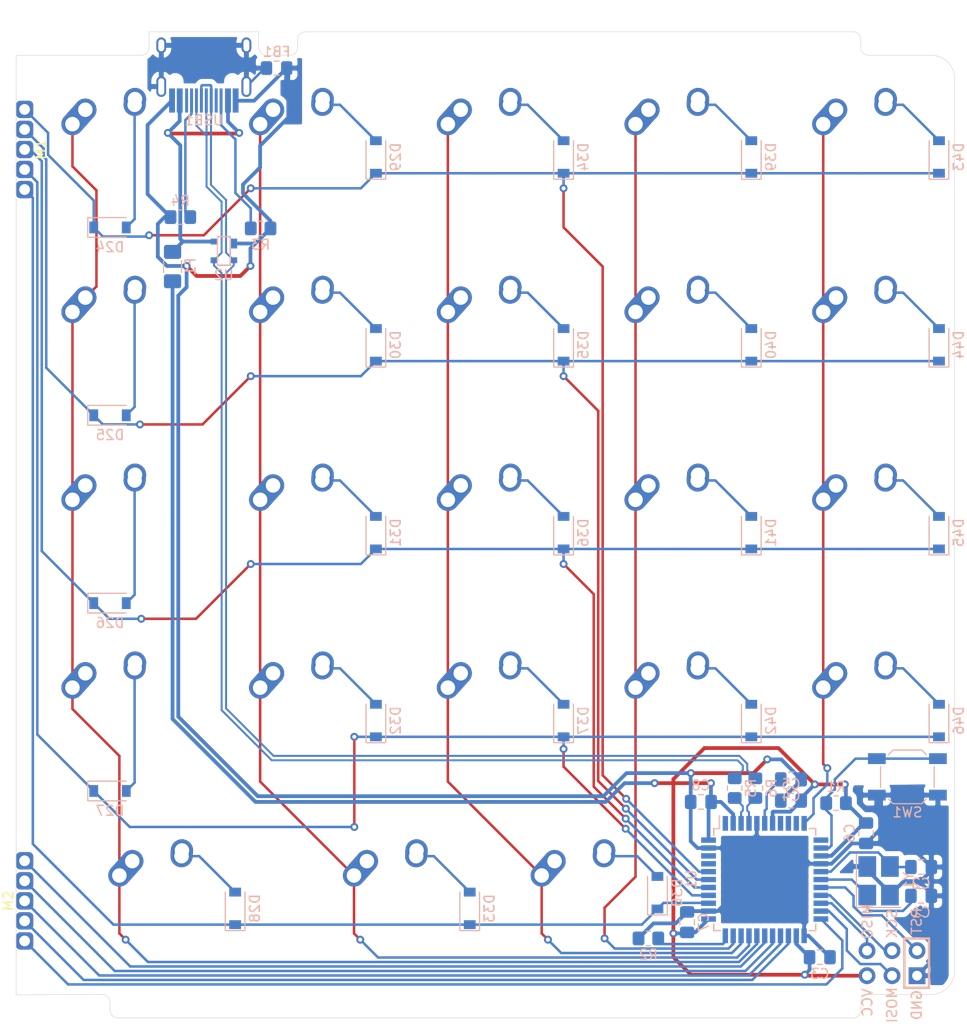
<source format=kicad_pcb>
(kicad_pcb (version 20171130) (host pcbnew "(5.1.12)-1")
  (layers (0 F.Cu signal) (31 B.Cu signal) (34 B.Paste user) (35 F.Paste user) (36 B.SilkS user) (37 F.SilkS user) (38 B.Mask user) (39 F.Mask user) (44 Edge.Cuts user))
  (net 0 "")
  (net 1 GND)
  (net 2 +5V)
  (net 3 "Net-(C4-Pad1)")
  (net 4 ROW0)
  (net 5 ROW1)
  (net 6 ROW2)
  (net 7 ROW3)
  (net 8 ROW4)
  (net 9 "Net-(D24-Pad2)")
  (net 10 "Net-(D25-Pad2)")
  (net 11 "Net-(D26-Pad2)")
  (net 12 "Net-(D27-Pad2)")
  (net 13 "Net-(D28-Pad2)")
  (net 14 "Net-(D29-Pad2)")
  (net 15 "Net-(D30-Pad2)")
  (net 16 "Net-(D31-Pad2)")
  (net 17 "Net-(D32-Pad2)")
  (net 18 "Net-(D33-Pad2)")
  (net 19 "Net-(D34-Pad2)")
  (net 20 "Net-(D35-Pad2)")
  (net 21 "Net-(D36-Pad2)")
  (net 22 "Net-(D37-Pad2)")
  (net 23 "Net-(D38-Pad2)")
  (net 24 "Net-(D39-Pad2)")
  (net 25 "Net-(D40-Pad2)")
  (net 26 "Net-(D41-Pad2)")
  (net 27 "Net-(D42-Pad2)")
  (net 28 "Net-(D43-Pad2)")
  (net 29 "Net-(D44-Pad2)")
  (net 30 "Net-(D45-Pad2)")
  (net 31 "Net-(D46-Pad2)")
  (net 32 VCC)
  (net 33 COL0)
  (net 34 COL1)
  (net 35 COL2)
  (net 36 COL3)
  (net 37 COL4)
  (net 38 COL5)
  (net 39 COL6)
  (net 40 COL7)
  (net 41 COL8)
  (net 42 COL9)
  (net 43 D-)
  (net 44 D+)
  (net 45 "Net-(U1-Pad42)")
  (net 46 "Net-(U1-Pad12)")
  (net 47 "Net-(U1-Pad10)")
  (net 48 "Net-(U1-Pad8)")
  (net 49 "Net-(U1-Pad1)")
  (net 50 "Net-(C1-Pad1)")
  (net 51 "Net-(C2-Pad1)")
  (net 52 RST)
  (net 53 MOSI)
  (net 54 SCK)
  (net 55 MISO)
  (net 56 "Net-(R1-Pad2)")
  (net 57 "Net-(R2-Pad2)")
  (net 58 "Net-(R3-Pad1)")
  (net 59 "Net-(R4-Pad1)")
  (net 60 "Net-(USB1-Pad3)")
  (net 61 "Net-(USB1-Pad9)")
  (net 62 "Net-(U1-Pad41)")
  (net 63 "Net-(U1-Pad9)")
  (net 64 DN)
  (net 65 DP)
  (net 66 Earth)
  (module MX_Alps_Hybrid:MX-1U-NoLED (layer F.Cu) (at 126.20625 50.00625)
    (fp_text reference MX25)
    (fp_text value MX-NoLED)
    (pad "" np_thru_hole circle (at 5.08 0 48.0996) (size 1.75 1.75) (drill 1.75) (layers *.Cu *.Mask))
    (pad "" np_thru_hole circle (at -5.08 0 48.0996) (size 1.75 1.75) (drill 1.75) (layers *.Cu *.Mask))
    (pad 1 thru_hole circle (at -2.5 -4) (size 2.25 2.25) (drill 1.47) (layers *.Cu B.Mask) (net 38 COL5))
    (pad "" np_thru_hole circle (at 0 0) (size 3.9878 3.9878) (drill 3.9878) (layers *.Cu *.Mask))
    (pad 1 thru_hole oval (at -3.81 -2.54 48.0996) (size 4.211556 2.25) (drill 1.47 (offset 0.980778 0)) (layers *.Cu B.Mask) (net 38 COL5))
    (pad 2 thru_hole circle (at 2.54 -5.08) (size 2.25 2.25) (drill 1.47) (layers *.Cu B.Mask) (net 10 "Net-(D25-Pad2)"))
    (pad 2 thru_hole oval (at 2.5 -4.5 86.0548) (size 2.831378 2.25) (drill 1.47 (offset 0.290689 0)) (layers *.Cu B.Mask) (net 10 "Net-(D25-Pad2)"))
  )
  (module MX_Alps_Hybrid:MX-1U-NoLED (layer F.Cu) (at 126.20625 69.05625)
    (fp_text reference MX26)
    (fp_text value MX-NoLED)
    (pad "" np_thru_hole circle (at 5.08 0 48.0996) (size 1.75 1.75) (drill 1.75) (layers *.Cu *.Mask))
    (pad "" np_thru_hole circle (at -5.08 0 48.0996) (size 1.75 1.75) (drill 1.75) (layers *.Cu *.Mask))
    (pad 1 thru_hole circle (at -2.5 -4) (size 2.25 2.25) (drill 1.47) (layers *.Cu B.Mask) (net 38 COL5))
    (pad "" np_thru_hole circle (at 0 0) (size 3.9878 3.9878) (drill 3.9878) (layers *.Cu *.Mask))
    (pad 1 thru_hole oval (at -3.81 -2.54 48.0996) (size 4.211556 2.25) (drill 1.47 (offset 0.980778 0)) (layers *.Cu B.Mask) (net 38 COL5))
    (pad 2 thru_hole circle (at 2.54 -5.08) (size 2.25 2.25) (drill 1.47) (layers *.Cu B.Mask) (net 11 "Net-(D26-Pad2)"))
    (pad 2 thru_hole oval (at 2.5 -4.5 86.0548) (size 2.831378 2.25) (drill 1.47 (offset 0.290689 0)) (layers *.Cu B.Mask) (net 11 "Net-(D26-Pad2)"))
  )
  (module modular:1x5 (layer F.Cu) (at 117.542 107.696 180)
    (fp_text reference M2 (at 1.651 0.508 90) (layer F.SilkS))
    (fp_text value 1x5)
    (pad 5 thru_hole roundrect (at 0 4.572 180) (size 1.7526 1.7526) (drill 1.0922) (layers *.Cu *.Mask) (net 37 COL4))
    (pad 4 thru_hole roundrect (at 0 2.54 180) (size 1.7526 1.7526) (drill 1.0922) (layers *.Cu *.Mask) (net 36 COL3))
    (pad 3 thru_hole roundrect (at 0 0.508 180) (size 1.7526 1.7526) (drill 1.0922) (layers *.Cu *.Mask) (net 35 COL2))
    (pad 2 thru_hole roundrect (at 0 -1.524 180) (size 1.7526 1.7526) (drill 1.0922) (layers *.Cu *.Mask) (net 34 COL1))
    (pad 1 thru_hole roundrect (at 0 -3.556 180) (size 1.7526 1.7526) (drill 1.0922) (layers *.Cu *.Mask) (net 33 COL0))
  )
  (module modular:1x5 (layer F.Cu) (at 117.54 30.48)
    (fp_text reference M1 (at 1.651 0.508 90) (layer F.SilkS))
    (fp_text value 1x5)
    (pad 5 thru_hole roundrect (at 0 4.572) (size 1.7526 1.7526) (drill 1.0922) (layers *.Cu *.Mask) (net 8 ROW4))
    (pad 4 thru_hole roundrect (at 0 2.54) (size 1.7526 1.7526) (drill 1.0922) (layers *.Cu *.Mask) (net 7 ROW3))
    (pad 3 thru_hole roundrect (at 0 0.508) (size 1.7526 1.7526) (drill 1.0922) (layers *.Cu *.Mask) (net 6 ROW2))
    (pad 2 thru_hole roundrect (at 0 -1.524) (size 1.7526 1.7526) (drill 1.0922) (layers *.Cu *.Mask) (net 5 ROW1))
    (pad 1 thru_hole roundrect (at 0 -3.556) (size 1.7526 1.7526) (drill 1.0922) (layers *.Cu *.Mask) (net 4 ROW0))
  )
  (module MX_Alps_Hybrid:MX-1U-NoLED (layer F.Cu) (at 126.20625 30.95625)
    (fp_text reference MX24)
    (fp_text value MX-NoLED)
    (pad "" np_thru_hole circle (at 5.08 0 48.0996) (size 1.75 1.75) (drill 1.75) (layers *.Cu *.Mask))
    (pad "" np_thru_hole circle (at -5.08 0 48.0996) (size 1.75 1.75) (drill 1.75) (layers *.Cu *.Mask))
    (pad 1 thru_hole circle (at -2.5 -4) (size 2.25 2.25) (drill 1.47) (layers *.Cu B.Mask) (net 38 COL5))
    (pad "" np_thru_hole circle (at 0 0) (size 3.9878 3.9878) (drill 3.9878) (layers *.Cu *.Mask))
    (pad 1 thru_hole oval (at -3.81 -2.54 48.0996) (size 4.211556 2.25) (drill 1.47 (offset 0.980778 0)) (layers *.Cu B.Mask) (net 38 COL5))
    (pad 2 thru_hole circle (at 2.54 -5.08) (size 2.25 2.25) (drill 1.47) (layers *.Cu B.Mask) (net 9 "Net-(D24-Pad2)"))
    (pad 2 thru_hole oval (at 2.5 -4.5 86.0548) (size 2.831378 2.25) (drill 1.47 (offset 0.290689 0)) (layers *.Cu B.Mask) (net 9 "Net-(D24-Pad2)"))
  )
  (module Inductor_SMD:L_0805_2012Metric_Pad1.15x1.40mm_HandSolder (layer B.Cu) (at 143.12 22.733 180)
    (fp_text reference FB1 (at 0 1.65) (layer B.SilkS) (effects (justify mirror)))
    (fp_text value 60@100MHz)
    (pad 2 smd roundrect (at 1.025 0 180) (size 1.15 1.4) (layers B.Cu B.Paste B.Mask) (roundrect_rratio 0.217391) (net 66 Earth))
    (pad 1 smd roundrect (at -1.025 0 180) (size 1.15 1.4) (layers B.Cu B.Paste B.Mask) (roundrect_rratio 0.217391) (net 1 GND))
  )
  (module MX_Alps_Hybrid:MX-1U-NoLED (layer F.Cu) (at 202.40625 88.10625)
    (fp_text reference MX46)
    (fp_text value MX-NoLED)
    (pad "" np_thru_hole circle (at 5.08 0 48.0996) (size 1.75 1.75) (drill 1.75) (layers *.Cu *.Mask))
    (pad "" np_thru_hole circle (at -5.08 0 48.0996) (size 1.75 1.75) (drill 1.75) (layers *.Cu *.Mask))
    (pad 1 thru_hole circle (at -2.5 -4) (size 2.25 2.25) (drill 1.47) (layers *.Cu B.Mask) (net 42 COL9))
    (pad "" np_thru_hole circle (at 0 0) (size 3.9878 3.9878) (drill 3.9878) (layers *.Cu *.Mask))
    (pad 1 thru_hole oval (at -3.81 -2.54 48.0996) (size 4.211556 2.25) (drill 1.47 (offset 0.980778 0)) (layers *.Cu B.Mask) (net 42 COL9))
    (pad 2 thru_hole circle (at 2.54 -5.08) (size 2.25 2.25) (drill 1.47) (layers *.Cu B.Mask) (net 31 "Net-(D46-Pad2)"))
    (pad 2 thru_hole oval (at 2.5 -4.5 86.0548) (size 2.831378 2.25) (drill 1.47 (offset 0.290689 0)) (layers *.Cu B.Mask) (net 31 "Net-(D46-Pad2)"))
  )
  (module MX_Alps_Hybrid:MX-1U-NoLED (layer F.Cu) (at 183.35625 88.10625)
    (fp_text reference MX42)
    (fp_text value MX-NoLED)
    (pad "" np_thru_hole circle (at 5.08 0 48.0996) (size 1.75 1.75) (drill 1.75) (layers *.Cu *.Mask))
    (pad "" np_thru_hole circle (at -5.08 0 48.0996) (size 1.75 1.75) (drill 1.75) (layers *.Cu *.Mask))
    (pad 1 thru_hole circle (at -2.5 -4) (size 2.25 2.25) (drill 1.47) (layers *.Cu B.Mask) (net 41 COL8))
    (pad "" np_thru_hole circle (at 0 0) (size 3.9878 3.9878) (drill 3.9878) (layers *.Cu *.Mask))
    (pad 1 thru_hole oval (at -3.81 -2.54 48.0996) (size 4.211556 2.25) (drill 1.47 (offset 0.980778 0)) (layers *.Cu B.Mask) (net 41 COL8))
    (pad 2 thru_hole circle (at 2.54 -5.08) (size 2.25 2.25) (drill 1.47) (layers *.Cu B.Mask) (net 27 "Net-(D42-Pad2)"))
    (pad 2 thru_hole oval (at 2.5 -4.5 86.0548) (size 2.831378 2.25) (drill 1.47 (offset 0.290689 0)) (layers *.Cu B.Mask) (net 27 "Net-(D42-Pad2)"))
  )
  (module MX_Alps_Hybrid:MX-1U-NoLED (layer F.Cu) (at 183.35625 30.95625)
    (fp_text reference MX39)
    (fp_text value MX-NoLED)
    (pad "" np_thru_hole circle (at 5.08 0 48.0996) (size 1.75 1.75) (drill 1.75) (layers *.Cu *.Mask))
    (pad "" np_thru_hole circle (at -5.08 0 48.0996) (size 1.75 1.75) (drill 1.75) (layers *.Cu *.Mask))
    (pad 1 thru_hole circle (at -2.5 -4) (size 2.25 2.25) (drill 1.47) (layers *.Cu B.Mask) (net 41 COL8))
    (pad "" np_thru_hole circle (at 0 0) (size 3.9878 3.9878) (drill 3.9878) (layers *.Cu *.Mask))
    (pad 1 thru_hole oval (at -3.81 -2.54 48.0996) (size 4.211556 2.25) (drill 1.47 (offset 0.980778 0)) (layers *.Cu B.Mask) (net 41 COL8))
    (pad 2 thru_hole circle (at 2.54 -5.08) (size 2.25 2.25) (drill 1.47) (layers *.Cu B.Mask) (net 24 "Net-(D39-Pad2)"))
    (pad 2 thru_hole oval (at 2.5 -4.5 86.0548) (size 2.831378 2.25) (drill 1.47 (offset 0.290689 0)) (layers *.Cu B.Mask) (net 24 "Net-(D39-Pad2)"))
  )
  (module Crystal:Crystal_SMD_3225-4Pin_3.2x2.5mm_HandSoldering (layer B.Cu) (at 204.216 105.156 90)
    (fp_text reference Y1 (at 0 3.05 90) (layer B.SilkS) (effects (justify mirror)))
    (fp_text value 16MHz)
    (pad 1 smd rect (at -1.45 -1.15 90) (size 2.1 1.8) (layers B.Cu B.Paste B.Mask) (net 50 "Net-(C1-Pad1)"))
    (pad 2 smd rect (at 1.45 -1.15 90) (size 2.1 1.8) (layers B.Cu B.Paste B.Mask) (net 1 GND))
    (pad 3 smd rect (at 1.45 1.15 90) (size 2.1 1.8) (layers B.Cu B.Paste B.Mask) (net 51 "Net-(C2-Pad1)"))
    (pad 4 smd rect (at -1.45 1.15 90) (size 2.1 1.8) (layers B.Cu B.Paste B.Mask) (net 1 GND))
  )
  (module Type-C:HRO-TYPE-C-31-M-12-HandSoldering (layer B.Cu) (at 135.73125 17.82625)
    (fp_text reference USB1 (at 0 10.2) (layer B.SilkS) (effects (justify mirror)))
    (fp_text value HRO-TYPE-C-31-M-12)
    (pad 12 smd rect (at 3.225 8.195) (size 0.6 2.45) (layers B.Cu B.Paste B.Mask) (net 1 GND))
    (pad 1 smd rect (at -3.225 8.195) (size 0.6 2.45) (layers B.Cu B.Paste B.Mask) (net 1 GND))
    (pad 11 smd rect (at 2.45 8.195) (size 0.6 2.45) (layers B.Cu B.Paste B.Mask) (net 32 VCC))
    (pad 2 smd rect (at -2.45 8.195) (size 0.6 2.45) (layers B.Cu B.Paste B.Mask) (net 32 VCC))
    (pad 3 smd rect (at -1.75 8.195) (size 0.3 2.45) (layers B.Cu B.Paste B.Mask) (net 60 "Net-(USB1-Pad3)"))
    (pad 10 smd rect (at 1.75 8.195) (size 0.3 2.45) (layers B.Cu B.Paste B.Mask) (net 58 "Net-(R3-Pad1)"))
    (pad 4 smd rect (at -1.25 8.195) (size 0.3 2.45) (layers B.Cu B.Paste B.Mask) (net 59 "Net-(R4-Pad1)"))
    (pad 9 smd rect (at 1.25 8.195) (size 0.3 2.45) (layers B.Cu B.Paste B.Mask) (net 61 "Net-(USB1-Pad9)"))
    (pad 5 smd rect (at -0.75 8.195) (size 0.3 2.45) (layers B.Cu B.Paste B.Mask) (net 64 DN))
    (pad 8 smd rect (at 0.75 8.195) (size 0.3 2.45) (layers B.Cu B.Paste B.Mask) (net 65 DP))
    (pad 7 smd rect (at 0.25 8.195) (size 0.3 2.45) (layers B.Cu B.Paste B.Mask) (net 64 DN))
    (pad 6 smd rect (at -0.25 8.195) (size 0.3 2.45) (layers B.Cu B.Paste B.Mask) (net 65 DP))
    (pad "" np_thru_hole circle (at 2.89 6.25) (size 0.65 0.65) (drill 0.65) (layers *.Cu *.Mask))
    (pad "" np_thru_hole circle (at -2.89 6.25) (size 0.65 0.65) (drill 0.65) (layers *.Cu *.Mask))
    (pad 13 thru_hole oval (at -4.32 6.78) (size 1 2.1) (drill oval 0.6 1.7) (layers *.Cu F.Mask) (net 66 Earth))
    (pad 13 thru_hole oval (at 4.32 6.78) (size 1 2.1) (drill oval 0.6 1.7) (layers *.Cu F.Mask) (net 66 Earth))
    (pad 13 thru_hole oval (at -4.32 2.6) (size 1 1.6) (drill oval 0.6 1.2) (layers *.Cu F.Mask) (net 66 Earth))
    (pad 13 thru_hole oval (at 4.32 2.6) (size 1 1.6) (drill oval 0.6 1.2) (layers *.Cu F.Mask) (net 66 Earth))
  )
  (module random-keyboard-parts:SOT143B (layer B.Cu) (at 137.76325 41.275 180)
    (fp_text reference U2 (at 0 -2.45) (layer B.SilkS) (effects (justify mirror)))
    (fp_text value PRTR5V0U2X)
    (pad 3 smd rect (at 1 -0.95 270) (size 0.6 0.7) (layers B.Cu B.Paste B.Mask) (net 64 DN))
    (pad 2 smd rect (at -1 -0.95 270) (size 0.6 0.7) (layers B.Cu B.Paste B.Mask) (net 65 DP))
    (pad 4 smd rect (at 1 0.95 270) (size 0.6 0.7) (layers B.Cu B.Paste B.Mask) (net 32 VCC))
    (pad 1 smd rect (at -1 0.75 270) (size 1 0.7) (layers B.Cu B.Paste B.Mask) (net 1 GND))
  )
  (module Package_QFP:TQFP-44_10x10mm_P0.8mm (layer B.Cu) (at 192.659 105.029 270)
    (fp_text reference U1 (at 0 7.45 90) (layer B.SilkS) (effects (justify mirror)))
    (fp_text value ATmega32U4-AU)
    (pad 1 smd rect (at -5.7 4 270) (size 1.5 0.55) (layers B.Cu B.Paste B.Mask) (net 49 "Net-(U1-Pad1)"))
    (pad 2 smd rect (at -5.7 3.2 270) (size 1.5 0.55) (layers B.Cu B.Paste B.Mask) (net 2 +5V))
    (pad 3 smd rect (at -5.7 2.4 270) (size 1.5 0.55) (layers B.Cu B.Paste B.Mask) (net 43 D-))
    (pad 4 smd rect (at -5.7 1.6 270) (size 1.5 0.55) (layers B.Cu B.Paste B.Mask) (net 44 D+))
    (pad 5 smd rect (at -5.7 0.8 270) (size 1.5 0.55) (layers B.Cu B.Paste B.Mask) (net 1 GND))
    (pad 6 smd rect (at -5.7 0 270) (size 1.5 0.55) (layers B.Cu B.Paste B.Mask) (net 3 "Net-(C4-Pad1)"))
    (pad 7 smd rect (at -5.7 -0.8 270) (size 1.5 0.55) (layers B.Cu B.Paste B.Mask) (net 2 +5V))
    (pad 8 smd rect (at -5.7 -1.6 270) (size 1.5 0.55) (layers B.Cu B.Paste B.Mask) (net 48 "Net-(U1-Pad8)"))
    (pad 9 smd rect (at -5.7 -2.4 270) (size 1.5 0.55) (layers B.Cu B.Paste B.Mask) (net 63 "Net-(U1-Pad9)"))
    (pad 10 smd rect (at -5.7 -3.2 270) (size 1.5 0.55) (layers B.Cu B.Paste B.Mask) (net 47 "Net-(U1-Pad10)"))
    (pad 11 smd rect (at -5.7 -4 270) (size 1.5 0.55) (layers B.Cu B.Paste B.Mask) (net 42 COL9))
    (pad 12 smd rect (at -4 -5.7 180) (size 1.5 0.55) (layers B.Cu B.Paste B.Mask) (net 46 "Net-(U1-Pad12)"))
    (pad 13 smd rect (at -3.2 -5.7 180) (size 1.5 0.55) (layers B.Cu B.Paste B.Mask) (net 56 "Net-(R1-Pad2)"))
    (pad 14 smd rect (at -2.4 -5.7 180) (size 1.5 0.55) (layers B.Cu B.Paste B.Mask) (net 2 +5V))
    (pad 15 smd rect (at -1.6 -5.7 180) (size 1.5 0.55) (layers B.Cu B.Paste B.Mask) (net 1 GND))
    (pad 16 smd rect (at -0.8 -5.7 180) (size 1.5 0.55) (layers B.Cu B.Paste B.Mask) (net 51 "Net-(C2-Pad1)"))
    (pad 17 smd rect (at 0 -5.7 180) (size 1.5 0.55) (layers B.Cu B.Paste B.Mask) (net 50 "Net-(C1-Pad1)"))
    (pad 18 smd rect (at 0.8 -5.7 180) (size 1.5 0.55) (layers B.Cu B.Paste B.Mask) (net 52 RST))
    (pad 19 smd rect (at 1.6 -5.7 180) (size 1.5 0.55) (layers B.Cu B.Paste B.Mask) (net 54 SCK))
    (pad 20 smd rect (at 2.4 -5.7 180) (size 1.5 0.55) (layers B.Cu B.Paste B.Mask) (net 55 MISO))
    (pad 21 smd rect (at 3.2 -5.7 180) (size 1.5 0.55) (layers B.Cu B.Paste B.Mask) (net 53 MOSI))
    (pad 22 smd rect (at 4 -5.7 180) (size 1.5 0.55) (layers B.Cu B.Paste B.Mask) (net 33 COL0))
    (pad 23 smd rect (at 5.7 -4 270) (size 1.5 0.55) (layers B.Cu B.Paste B.Mask) (net 1 GND))
    (pad 24 smd rect (at 5.7 -3.2 270) (size 1.5 0.55) (layers B.Cu B.Paste B.Mask) (net 2 +5V))
    (pad 25 smd rect (at 5.7 -2.4 270) (size 1.5 0.55) (layers B.Cu B.Paste B.Mask) (net 34 COL1))
    (pad 26 smd rect (at 5.7 -1.6 270) (size 1.5 0.55) (layers B.Cu B.Paste B.Mask) (net 35 COL2))
    (pad 27 smd rect (at 5.7 -0.8 270) (size 1.5 0.55) (layers B.Cu B.Paste B.Mask) (net 36 COL3))
    (pad 28 smd rect (at 5.7 0 270) (size 1.5 0.55) (layers B.Cu B.Paste B.Mask) (net 37 COL4))
    (pad 29 smd rect (at 5.7 0.8 270) (size 1.5 0.55) (layers B.Cu B.Paste B.Mask) (net 38 COL5))
    (pad 30 smd rect (at 5.7 1.6 270) (size 1.5 0.55) (layers B.Cu B.Paste B.Mask) (net 39 COL6))
    (pad 31 smd rect (at 5.7 2.4 270) (size 1.5 0.55) (layers B.Cu B.Paste B.Mask) (net 40 COL7))
    (pad 32 smd rect (at 5.7 3.2 270) (size 1.5 0.55) (layers B.Cu B.Paste B.Mask) (net 41 COL8))
    (pad 33 smd rect (at 5.7 4 270) (size 1.5 0.55) (layers B.Cu B.Paste B.Mask) (net 57 "Net-(R2-Pad2)"))
    (pad 34 smd rect (at 4 5.7 180) (size 1.5 0.55) (layers B.Cu B.Paste B.Mask) (net 2 +5V))
    (pad 35 smd rect (at 3.2 5.7 180) (size 1.5 0.55) (layers B.Cu B.Paste B.Mask) (net 1 GND))
    (pad 36 smd rect (at 2.4 5.7 180) (size 1.5 0.55) (layers B.Cu B.Paste B.Mask) (net 8 ROW4))
    (pad 37 smd rect (at 1.6 5.7 180) (size 1.5 0.55) (layers B.Cu B.Paste B.Mask) (net 7 ROW3))
    (pad 38 smd rect (at 0.8 5.7 180) (size 1.5 0.55) (layers B.Cu B.Paste B.Mask) (net 6 ROW2))
    (pad 39 smd rect (at 0 5.7 180) (size 1.5 0.55) (layers B.Cu B.Paste B.Mask) (net 5 ROW1))
    (pad 40 smd rect (at -0.8 5.7 180) (size 1.5 0.55) (layers B.Cu B.Paste B.Mask) (net 4 ROW0))
    (pad 41 smd rect (at -1.6 5.7 180) (size 1.5 0.55) (layers B.Cu B.Paste B.Mask) (net 62 "Net-(U1-Pad41)"))
    (pad 42 smd rect (at -2.4 5.7 180) (size 1.5 0.55) (layers B.Cu B.Paste B.Mask) (net 45 "Net-(U1-Pad42)"))
    (pad 43 smd rect (at -3.2 5.7 180) (size 1.5 0.55) (layers B.Cu B.Paste B.Mask) (net 1 GND))
    (pad 44 smd rect (at -4 5.7 180) (size 1.5 0.55) (layers B.Cu B.Paste B.Mask) (net 2 +5V))
  )
  (module Button_Switch_SMD:SW_SPST_SKQG_WithStem (layer B.Cu) (at 207.137 94.615)
    (fp_text reference SW1 (at 0 3.6) (layer B.SilkS) (effects (justify mirror)))
    (fp_text value SW_Push)
    (pad 2 smd rect (at 3.1 -1.85) (size 1.8 1.1) (layers B.Cu B.Paste B.Mask) (net 56 "Net-(R1-Pad2)"))
    (pad 2 smd rect (at -3.1 -1.85) (size 1.8 1.1) (layers B.Cu B.Paste B.Mask) (net 56 "Net-(R1-Pad2)"))
    (pad 1 smd rect (at 3.1 1.85) (size 1.8 1.1) (layers B.Cu B.Paste B.Mask) (net 1 GND))
    (pad 1 smd rect (at -3.1 1.85) (size 1.8 1.1) (layers B.Cu B.Paste B.Mask) (net 1 GND))
  )
  (module Resistor_SMD:R_0805_2012Metric_Pad1.20x1.40mm_HandSolder (layer B.Cu) (at 191.707 95.758 90)
    (fp_text reference R6 (at 0 1.65 90) (layer B.SilkS) (effects (justify mirror)))
    (fp_text value 22)
    (pad 1 smd roundrect (at -1 0 90) (size 1.2 1.4) (layers B.Cu B.Paste B.Mask) (roundrect_rratio 0.208333) (net 44 D+))
    (pad 2 smd roundrect (at 1 0 90) (size 1.2 1.4) (layers B.Cu B.Paste B.Mask) (roundrect_rratio 0.208333) (net 65 DP))
  )
  (module Resistor_SMD:R_0805_2012Metric_Pad1.20x1.40mm_HandSolder (layer B.Cu) (at 189.611 95.758 90)
    (fp_text reference R5 (at 0 1.65 90) (layer B.SilkS) (effects (justify mirror)))
    (fp_text value 22)
    (pad 1 smd roundrect (at -1 0 90) (size 1.2 1.4) (layers B.Cu B.Paste B.Mask) (roundrect_rratio 0.208333) (net 43 D-))
    (pad 2 smd roundrect (at 1 0 90) (size 1.2 1.4) (layers B.Cu B.Paste B.Mask) (roundrect_rratio 0.208333) (net 64 DN))
  )
  (module Resistor_SMD:R_0805_2012Metric_Pad1.20x1.40mm_HandSolder (layer B.Cu) (at 133.35 37.846 180)
    (fp_text reference R4 (at 0 1.65) (layer B.SilkS) (effects (justify mirror)))
    (fp_text value 5.1k)
    (pad 2 smd roundrect (at 1 0 180) (size 1.2 1.4) (layers B.Cu B.Paste B.Mask) (roundrect_rratio 0.208333) (net 1 GND))
    (pad 1 smd roundrect (at -1 0 180) (size 1.2 1.4) (layers B.Cu B.Paste B.Mask) (roundrect_rratio 0.208333) (net 59 "Net-(R4-Pad1)"))
  )
  (module Resistor_SMD:R_0805_2012Metric_Pad1.20x1.40mm_HandSolder (layer B.Cu) (at 141.494 38.989)
    (fp_text reference R3 (at 0 1.65) (layer B.SilkS) (effects (justify mirror)))
    (fp_text value 5.1k)
    (pad 2 smd roundrect (at 1 0) (size 1.2 1.4) (layers B.Cu B.Paste B.Mask) (roundrect_rratio 0.208333) (net 1 GND))
    (pad 1 smd roundrect (at -1 0) (size 1.2 1.4) (layers B.Cu B.Paste B.Mask) (roundrect_rratio 0.208333) (net 58 "Net-(R3-Pad1)"))
  )
  (module Resistor_SMD:R_0805_2012Metric_Pad1.20x1.40mm_HandSolder (layer B.Cu) (at 180.848 110.998)
    (fp_text reference R2 (at 0 1.65) (layer B.SilkS) (effects (justify mirror)))
    (fp_text value 10k)
    (pad 1 smd roundrect (at -1 0) (size 1.2 1.4) (layers B.Cu B.Paste B.Mask) (roundrect_rratio 0.208333) (net 1 GND))
    (pad 2 smd roundrect (at 1 0) (size 1.2 1.4) (layers B.Cu B.Paste B.Mask) (roundrect_rratio 0.208333) (net 57 "Net-(R2-Pad2)"))
  )
  (module Resistor_SMD:R_0805_2012Metric_Pad1.20x1.40mm_HandSolder (layer B.Cu) (at 199.898 97.282 180)
    (fp_text reference R1 (at 0 1.65) (layer B.SilkS) (effects (justify mirror)))
    (fp_text value 10k)
    (pad 1 smd roundrect (at -1 0 180) (size 1.2 1.4) (layers B.Cu B.Paste B.Mask) (roundrect_rratio 0.208333) (net 2 +5V))
    (pad 2 smd roundrect (at 1 0 180) (size 1.2 1.4) (layers B.Cu B.Paste B.Mask) (roundrect_rratio 0.208333) (net 56 "Net-(R1-Pad2)"))
  )
  (module MX_Alps_Hybrid:MX-1U-NoLED (layer F.Cu) (at 202.40625 69.05625)
    (fp_text reference MX45)
    (fp_text value MX-NoLED)
    (pad "" np_thru_hole circle (at 5.08 0 48.0996) (size 1.75 1.75) (drill 1.75) (layers *.Cu *.Mask))
    (pad "" np_thru_hole circle (at -5.08 0 48.0996) (size 1.75 1.75) (drill 1.75) (layers *.Cu *.Mask))
    (pad 1 thru_hole circle (at -2.5 -4) (size 2.25 2.25) (drill 1.47) (layers *.Cu B.Mask) (net 42 COL9))
    (pad "" np_thru_hole circle (at 0 0) (size 3.9878 3.9878) (drill 3.9878) (layers *.Cu *.Mask))
    (pad 1 thru_hole oval (at -3.81 -2.54 48.0996) (size 4.211556 2.25) (drill 1.47 (offset 0.980778 0)) (layers *.Cu B.Mask) (net 42 COL9))
    (pad 2 thru_hole circle (at 2.54 -5.08) (size 2.25 2.25) (drill 1.47) (layers *.Cu B.Mask) (net 30 "Net-(D45-Pad2)"))
    (pad 2 thru_hole oval (at 2.5 -4.5 86.0548) (size 2.831378 2.25) (drill 1.47 (offset 0.290689 0)) (layers *.Cu B.Mask) (net 30 "Net-(D45-Pad2)"))
  )
  (module MX_Alps_Hybrid:MX-1U-NoLED (layer F.Cu) (at 202.40625 50.00625)
    (fp_text reference MX44)
    (fp_text value MX-NoLED)
    (pad "" np_thru_hole circle (at 5.08 0 48.0996) (size 1.75 1.75) (drill 1.75) (layers *.Cu *.Mask))
    (pad "" np_thru_hole circle (at -5.08 0 48.0996) (size 1.75 1.75) (drill 1.75) (layers *.Cu *.Mask))
    (pad 1 thru_hole circle (at -2.5 -4) (size 2.25 2.25) (drill 1.47) (layers *.Cu B.Mask) (net 42 COL9))
    (pad "" np_thru_hole circle (at 0 0) (size 3.9878 3.9878) (drill 3.9878) (layers *.Cu *.Mask))
    (pad 1 thru_hole oval (at -3.81 -2.54 48.0996) (size 4.211556 2.25) (drill 1.47 (offset 0.980778 0)) (layers *.Cu B.Mask) (net 42 COL9))
    (pad 2 thru_hole circle (at 2.54 -5.08) (size 2.25 2.25) (drill 1.47) (layers *.Cu B.Mask) (net 29 "Net-(D44-Pad2)"))
    (pad 2 thru_hole oval (at 2.5 -4.5 86.0548) (size 2.831378 2.25) (drill 1.47 (offset 0.290689 0)) (layers *.Cu B.Mask) (net 29 "Net-(D44-Pad2)"))
  )
  (module MX_Alps_Hybrid:MX-1U-NoLED (layer F.Cu) (at 202.40625 30.95625)
    (fp_text reference MX43)
    (fp_text value MX-NoLED)
    (pad "" np_thru_hole circle (at 5.08 0 48.0996) (size 1.75 1.75) (drill 1.75) (layers *.Cu *.Mask))
    (pad "" np_thru_hole circle (at -5.08 0 48.0996) (size 1.75 1.75) (drill 1.75) (layers *.Cu *.Mask))
    (pad 1 thru_hole circle (at -2.5 -4) (size 2.25 2.25) (drill 1.47) (layers *.Cu B.Mask) (net 42 COL9))
    (pad "" np_thru_hole circle (at 0 0) (size 3.9878 3.9878) (drill 3.9878) (layers *.Cu *.Mask))
    (pad 1 thru_hole oval (at -3.81 -2.54 48.0996) (size 4.211556 2.25) (drill 1.47 (offset 0.980778 0)) (layers *.Cu B.Mask) (net 42 COL9))
    (pad 2 thru_hole circle (at 2.54 -5.08) (size 2.25 2.25) (drill 1.47) (layers *.Cu B.Mask) (net 28 "Net-(D43-Pad2)"))
    (pad 2 thru_hole oval (at 2.5 -4.5 86.0548) (size 2.831378 2.25) (drill 1.47 (offset 0.290689 0)) (layers *.Cu B.Mask) (net 28 "Net-(D43-Pad2)"))
  )
  (module MX_Alps_Hybrid:MX-1U-NoLED (layer F.Cu) (at 183.35625 69.05625)
    (fp_text reference MX41)
    (fp_text value MX-NoLED)
    (pad "" np_thru_hole circle (at 5.08 0 48.0996) (size 1.75 1.75) (drill 1.75) (layers *.Cu *.Mask))
    (pad "" np_thru_hole circle (at -5.08 0 48.0996) (size 1.75 1.75) (drill 1.75) (layers *.Cu *.Mask))
    (pad 1 thru_hole circle (at -2.5 -4) (size 2.25 2.25) (drill 1.47) (layers *.Cu B.Mask) (net 41 COL8))
    (pad "" np_thru_hole circle (at 0 0) (size 3.9878 3.9878) (drill 3.9878) (layers *.Cu *.Mask))
    (pad 1 thru_hole oval (at -3.81 -2.54 48.0996) (size 4.211556 2.25) (drill 1.47 (offset 0.980778 0)) (layers *.Cu B.Mask) (net 41 COL8))
    (pad 2 thru_hole circle (at 2.54 -5.08) (size 2.25 2.25) (drill 1.47) (layers *.Cu B.Mask) (net 26 "Net-(D41-Pad2)"))
    (pad 2 thru_hole oval (at 2.5 -4.5 86.0548) (size 2.831378 2.25) (drill 1.47 (offset 0.290689 0)) (layers *.Cu B.Mask) (net 26 "Net-(D41-Pad2)"))
  )
  (module MX_Alps_Hybrid:MX-1U-NoLED (layer F.Cu) (at 183.35625 50.00625)
    (fp_text reference MX40)
    (fp_text value MX-NoLED)
    (pad "" np_thru_hole circle (at 5.08 0 48.0996) (size 1.75 1.75) (drill 1.75) (layers *.Cu *.Mask))
    (pad "" np_thru_hole circle (at -5.08 0 48.0996) (size 1.75 1.75) (drill 1.75) (layers *.Cu *.Mask))
    (pad 1 thru_hole circle (at -2.5 -4) (size 2.25 2.25) (drill 1.47) (layers *.Cu B.Mask) (net 41 COL8))
    (pad "" np_thru_hole circle (at 0 0) (size 3.9878 3.9878) (drill 3.9878) (layers *.Cu *.Mask))
    (pad 1 thru_hole oval (at -3.81 -2.54 48.0996) (size 4.211556 2.25) (drill 1.47 (offset 0.980778 0)) (layers *.Cu B.Mask) (net 41 COL8))
    (pad 2 thru_hole circle (at 2.54 -5.08) (size 2.25 2.25) (drill 1.47) (layers *.Cu B.Mask) (net 25 "Net-(D40-Pad2)"))
    (pad 2 thru_hole oval (at 2.5 -4.5 86.0548) (size 2.831378 2.25) (drill 1.47 (offset 0.290689 0)) (layers *.Cu B.Mask) (net 25 "Net-(D40-Pad2)"))
  )
  (module MX_Alps_Hybrid:MX-1U-NoLED (layer F.Cu) (at 173.83125 107.15625)
    (fp_text reference MX38)
    (fp_text value MX-NoLED)
    (pad "" np_thru_hole circle (at 5.08 0 48.0996) (size 1.75 1.75) (drill 1.75) (layers *.Cu *.Mask))
    (pad "" np_thru_hole circle (at -5.08 0 48.0996) (size 1.75 1.75) (drill 1.75) (layers *.Cu *.Mask))
    (pad 1 thru_hole circle (at -2.5 -4) (size 2.25 2.25) (drill 1.47) (layers *.Cu B.Mask) (net 40 COL7))
    (pad "" np_thru_hole circle (at 0 0) (size 3.9878 3.9878) (drill 3.9878) (layers *.Cu *.Mask))
    (pad 1 thru_hole oval (at -3.81 -2.54 48.0996) (size 4.211556 2.25) (drill 1.47 (offset 0.980778 0)) (layers *.Cu B.Mask) (net 40 COL7))
    (pad 2 thru_hole circle (at 2.54 -5.08) (size 2.25 2.25) (drill 1.47) (layers *.Cu B.Mask) (net 23 "Net-(D38-Pad2)"))
    (pad 2 thru_hole oval (at 2.5 -4.5 86.0548) (size 2.831378 2.25) (drill 1.47 (offset 0.290689 0)) (layers *.Cu B.Mask) (net 23 "Net-(D38-Pad2)"))
  )
  (module MX_Alps_Hybrid:MX-1U-NoLED (layer F.Cu) (at 164.30625 88.10625)
    (fp_text reference MX37)
    (fp_text value MX-NoLED)
    (pad "" np_thru_hole circle (at 5.08 0 48.0996) (size 1.75 1.75) (drill 1.75) (layers *.Cu *.Mask))
    (pad "" np_thru_hole circle (at -5.08 0 48.0996) (size 1.75 1.75) (drill 1.75) (layers *.Cu *.Mask))
    (pad 1 thru_hole circle (at -2.5 -4) (size 2.25 2.25) (drill 1.47) (layers *.Cu B.Mask) (net 40 COL7))
    (pad "" np_thru_hole circle (at 0 0) (size 3.9878 3.9878) (drill 3.9878) (layers *.Cu *.Mask))
    (pad 1 thru_hole oval (at -3.81 -2.54 48.0996) (size 4.211556 2.25) (drill 1.47 (offset 0.980778 0)) (layers *.Cu B.Mask) (net 40 COL7))
    (pad 2 thru_hole circle (at 2.54 -5.08) (size 2.25 2.25) (drill 1.47) (layers *.Cu B.Mask) (net 22 "Net-(D37-Pad2)"))
    (pad 2 thru_hole oval (at 2.5 -4.5 86.0548) (size 2.831378 2.25) (drill 1.47 (offset 0.290689 0)) (layers *.Cu B.Mask) (net 22 "Net-(D37-Pad2)"))
  )
  (module MX_Alps_Hybrid:MX-1U-NoLED (layer F.Cu) (at 164.30625 69.05625)
    (fp_text reference MX36)
    (fp_text value MX-NoLED)
    (pad "" np_thru_hole circle (at 5.08 0 48.0996) (size 1.75 1.75) (drill 1.75) (layers *.Cu *.Mask))
    (pad "" np_thru_hole circle (at -5.08 0 48.0996) (size 1.75 1.75) (drill 1.75) (layers *.Cu *.Mask))
    (pad 1 thru_hole circle (at -2.5 -4) (size 2.25 2.25) (drill 1.47) (layers *.Cu B.Mask) (net 40 COL7))
    (pad "" np_thru_hole circle (at 0 0) (size 3.9878 3.9878) (drill 3.9878) (layers *.Cu *.Mask))
    (pad 1 thru_hole oval (at -3.81 -2.54 48.0996) (size 4.211556 2.25) (drill 1.47 (offset 0.980778 0)) (layers *.Cu B.Mask) (net 40 COL7))
    (pad 2 thru_hole circle (at 2.54 -5.08) (size 2.25 2.25) (drill 1.47) (layers *.Cu B.Mask) (net 21 "Net-(D36-Pad2)"))
    (pad 2 thru_hole oval (at 2.5 -4.5 86.0548) (size 2.831378 2.25) (drill 1.47 (offset 0.290689 0)) (layers *.Cu B.Mask) (net 21 "Net-(D36-Pad2)"))
  )
  (module MX_Alps_Hybrid:MX-1U-NoLED (layer F.Cu) (at 164.30625 50.00625)
    (fp_text reference MX35)
    (fp_text value MX-NoLED)
    (pad "" np_thru_hole circle (at 5.08 0 48.0996) (size 1.75 1.75) (drill 1.75) (layers *.Cu *.Mask))
    (pad "" np_thru_hole circle (at -5.08 0 48.0996) (size 1.75 1.75) (drill 1.75) (layers *.Cu *.Mask))
    (pad 1 thru_hole circle (at -2.5 -4) (size 2.25 2.25) (drill 1.47) (layers *.Cu B.Mask) (net 40 COL7))
    (pad "" np_thru_hole circle (at 0 0) (size 3.9878 3.9878) (drill 3.9878) (layers *.Cu *.Mask))
    (pad 1 thru_hole oval (at -3.81 -2.54 48.0996) (size 4.211556 2.25) (drill 1.47 (offset 0.980778 0)) (layers *.Cu B.Mask) (net 40 COL7))
    (pad 2 thru_hole circle (at 2.54 -5.08) (size 2.25 2.25) (drill 1.47) (layers *.Cu B.Mask) (net 20 "Net-(D35-Pad2)"))
    (pad 2 thru_hole oval (at 2.5 -4.5 86.0548) (size 2.831378 2.25) (drill 1.47 (offset 0.290689 0)) (layers *.Cu B.Mask) (net 20 "Net-(D35-Pad2)"))
  )
  (module MX_Alps_Hybrid:MX-1U-NoLED (layer F.Cu) (at 164.30625 30.95625)
    (fp_text reference MX34)
    (fp_text value MX-NoLED)
    (pad "" np_thru_hole circle (at 5.08 0 48.0996) (size 1.75 1.75) (drill 1.75) (layers *.Cu *.Mask))
    (pad "" np_thru_hole circle (at -5.08 0 48.0996) (size 1.75 1.75) (drill 1.75) (layers *.Cu *.Mask))
    (pad 1 thru_hole circle (at -2.5 -4) (size 2.25 2.25) (drill 1.47) (layers *.Cu B.Mask) (net 40 COL7))
    (pad "" np_thru_hole circle (at 0 0) (size 3.9878 3.9878) (drill 3.9878) (layers *.Cu *.Mask))
    (pad 1 thru_hole oval (at -3.81 -2.54 48.0996) (size 4.211556 2.25) (drill 1.47 (offset 0.980778 0)) (layers *.Cu B.Mask) (net 40 COL7))
    (pad 2 thru_hole circle (at 2.54 -5.08) (size 2.25 2.25) (drill 1.47) (layers *.Cu B.Mask) (net 19 "Net-(D34-Pad2)"))
    (pad 2 thru_hole oval (at 2.5 -4.5 86.0548) (size 2.831378 2.25) (drill 1.47 (offset 0.290689 0)) (layers *.Cu B.Mask) (net 19 "Net-(D34-Pad2)"))
  )
  (module MX_Alps_Hybrid:MX-1U-NoLED (layer F.Cu) (at 154.78125 107.15625)
    (fp_text reference MX33)
    (fp_text value MX-NoLED)
    (pad "" np_thru_hole circle (at 5.08 0 48.0996) (size 1.75 1.75) (drill 1.75) (layers *.Cu *.Mask))
    (pad "" np_thru_hole circle (at -5.08 0 48.0996) (size 1.75 1.75) (drill 1.75) (layers *.Cu *.Mask))
    (pad 1 thru_hole circle (at -2.5 -4) (size 2.25 2.25) (drill 1.47) (layers *.Cu B.Mask) (net 39 COL6))
    (pad "" np_thru_hole circle (at 0 0) (size 3.9878 3.9878) (drill 3.9878) (layers *.Cu *.Mask))
    (pad 1 thru_hole oval (at -3.81 -2.54 48.0996) (size 4.211556 2.25) (drill 1.47 (offset 0.980778 0)) (layers *.Cu B.Mask) (net 39 COL6))
    (pad 2 thru_hole circle (at 2.54 -5.08) (size 2.25 2.25) (drill 1.47) (layers *.Cu B.Mask) (net 18 "Net-(D33-Pad2)"))
    (pad 2 thru_hole oval (at 2.5 -4.5 86.0548) (size 2.831378 2.25) (drill 1.47 (offset 0.290689 0)) (layers *.Cu B.Mask) (net 18 "Net-(D33-Pad2)"))
  )
  (module MX_Alps_Hybrid:MX-1U-NoLED (layer F.Cu) (at 145.25625 88.10625)
    (fp_text reference MX32)
    (fp_text value MX-NoLED)
    (pad "" np_thru_hole circle (at 5.08 0 48.0996) (size 1.75 1.75) (drill 1.75) (layers *.Cu *.Mask))
    (pad "" np_thru_hole circle (at -5.08 0 48.0996) (size 1.75 1.75) (drill 1.75) (layers *.Cu *.Mask))
    (pad 1 thru_hole circle (at -2.5 -4) (size 2.25 2.25) (drill 1.47) (layers *.Cu B.Mask) (net 39 COL6))
    (pad "" np_thru_hole circle (at 0 0) (size 3.9878 3.9878) (drill 3.9878) (layers *.Cu *.Mask))
    (pad 1 thru_hole oval (at -3.81 -2.54 48.0996) (size 4.211556 2.25) (drill 1.47 (offset 0.980778 0)) (layers *.Cu B.Mask) (net 39 COL6))
    (pad 2 thru_hole circle (at 2.54 -5.08) (size 2.25 2.25) (drill 1.47) (layers *.Cu B.Mask) (net 17 "Net-(D32-Pad2)"))
    (pad 2 thru_hole oval (at 2.5 -4.5 86.0548) (size 2.831378 2.25) (drill 1.47 (offset 0.290689 0)) (layers *.Cu B.Mask) (net 17 "Net-(D32-Pad2)"))
  )
  (module MX_Alps_Hybrid:MX-1U-NoLED (layer F.Cu) (at 145.25625 69.05625)
    (fp_text reference MX31)
    (fp_text value MX-NoLED)
    (pad "" np_thru_hole circle (at 5.08 0 48.0996) (size 1.75 1.75) (drill 1.75) (layers *.Cu *.Mask))
    (pad "" np_thru_hole circle (at -5.08 0 48.0996) (size 1.75 1.75) (drill 1.75) (layers *.Cu *.Mask))
    (pad 1 thru_hole circle (at -2.5 -4) (size 2.25 2.25) (drill 1.47) (layers *.Cu B.Mask) (net 39 COL6))
    (pad "" np_thru_hole circle (at 0 0) (size 3.9878 3.9878) (drill 3.9878) (layers *.Cu *.Mask))
    (pad 1 thru_hole oval (at -3.81 -2.54 48.0996) (size 4.211556 2.25) (drill 1.47 (offset 0.980778 0)) (layers *.Cu B.Mask) (net 39 COL6))
    (pad 2 thru_hole circle (at 2.54 -5.08) (size 2.25 2.25) (drill 1.47) (layers *.Cu B.Mask) (net 16 "Net-(D31-Pad2)"))
    (pad 2 thru_hole oval (at 2.5 -4.5 86.0548) (size 2.831378 2.25) (drill 1.47 (offset 0.290689 0)) (layers *.Cu B.Mask) (net 16 "Net-(D31-Pad2)"))
  )
  (module MX_Alps_Hybrid:MX-1U-NoLED (layer F.Cu) (at 145.25625 50.00625)
    (fp_text reference MX30)
    (fp_text value MX-NoLED)
    (pad "" np_thru_hole circle (at 5.08 0 48.0996) (size 1.75 1.75) (drill 1.75) (layers *.Cu *.Mask))
    (pad "" np_thru_hole circle (at -5.08 0 48.0996) (size 1.75 1.75) (drill 1.75) (layers *.Cu *.Mask))
    (pad 1 thru_hole circle (at -2.5 -4) (size 2.25 2.25) (drill 1.47) (layers *.Cu B.Mask) (net 39 COL6))
    (pad "" np_thru_hole circle (at 0 0) (size 3.9878 3.9878) (drill 3.9878) (layers *.Cu *.Mask))
    (pad 1 thru_hole oval (at -3.81 -2.54 48.0996) (size 4.211556 2.25) (drill 1.47 (offset 0.980778 0)) (layers *.Cu B.Mask) (net 39 COL6))
    (pad 2 thru_hole circle (at 2.54 -5.08) (size 2.25 2.25) (drill 1.47) (layers *.Cu B.Mask) (net 15 "Net-(D30-Pad2)"))
    (pad 2 thru_hole oval (at 2.5 -4.5 86.0548) (size 2.831378 2.25) (drill 1.47 (offset 0.290689 0)) (layers *.Cu B.Mask) (net 15 "Net-(D30-Pad2)"))
  )
  (module MX_Alps_Hybrid:MX-1U-NoLED (layer F.Cu) (at 145.25625 30.95625)
    (fp_text reference MX29)
    (fp_text value MX-NoLED)
    (pad "" np_thru_hole circle (at 5.08 0 48.0996) (size 1.75 1.75) (drill 1.75) (layers *.Cu *.Mask))
    (pad "" np_thru_hole circle (at -5.08 0 48.0996) (size 1.75 1.75) (drill 1.75) (layers *.Cu *.Mask))
    (pad 1 thru_hole circle (at -2.5 -4) (size 2.25 2.25) (drill 1.47) (layers *.Cu B.Mask) (net 39 COL6))
    (pad "" np_thru_hole circle (at 0 0) (size 3.9878 3.9878) (drill 3.9878) (layers *.Cu *.Mask))
    (pad 1 thru_hole oval (at -3.81 -2.54 48.0996) (size 4.211556 2.25) (drill 1.47 (offset 0.980778 0)) (layers *.Cu B.Mask) (net 39 COL6))
    (pad 2 thru_hole circle (at 2.54 -5.08) (size 2.25 2.25) (drill 1.47) (layers *.Cu B.Mask) (net 14 "Net-(D29-Pad2)"))
    (pad 2 thru_hole oval (at 2.5 -4.5 86.0548) (size 2.831378 2.25) (drill 1.47 (offset 0.290689 0)) (layers *.Cu B.Mask) (net 14 "Net-(D29-Pad2)"))
  )
  (module MX_Alps_Hybrid:MX-1.5U-NoLED (layer F.Cu) (at 130.96875 107.15625)
    (fp_text reference MX28)
    (fp_text value MX-NoLED)
    (pad "" np_thru_hole circle (at 5.08 0 48.0996) (size 1.75 1.75) (drill 1.75) (layers *.Cu *.Mask))
    (pad "" np_thru_hole circle (at -5.08 0 48.0996) (size 1.75 1.75) (drill 1.75) (layers *.Cu *.Mask))
    (pad 1 thru_hole circle (at -2.5 -4) (size 2.25 2.25) (drill 1.47) (layers *.Cu B.Mask) (net 38 COL5))
    (pad "" np_thru_hole circle (at 0 0) (size 3.9878 3.9878) (drill 3.9878) (layers *.Cu *.Mask))
    (pad 1 thru_hole oval (at -3.81 -2.54 48.0996) (size 4.211556 2.25) (drill 1.47 (offset 0.980778 0)) (layers *.Cu B.Mask) (net 38 COL5))
    (pad 2 thru_hole circle (at 2.54 -5.08) (size 2.25 2.25) (drill 1.47) (layers *.Cu B.Mask) (net 13 "Net-(D28-Pad2)"))
    (pad 2 thru_hole oval (at 2.5 -4.5 86.0548) (size 2.831378 2.25) (drill 1.47 (offset 0.290689 0)) (layers *.Cu B.Mask) (net 13 "Net-(D28-Pad2)"))
  )
  (module MX_Alps_Hybrid:MX-1U-NoLED (layer F.Cu) (at 126.20625 88.10625)
    (fp_text reference MX27)
    (fp_text value MX-NoLED)
    (pad "" np_thru_hole circle (at 5.08 0 48.0996) (size 1.75 1.75) (drill 1.75) (layers *.Cu *.Mask))
    (pad "" np_thru_hole circle (at -5.08 0 48.0996) (size 1.75 1.75) (drill 1.75) (layers *.Cu *.Mask))
    (pad 1 thru_hole circle (at -2.5 -4) (size 2.25 2.25) (drill 1.47) (layers *.Cu B.Mask) (net 38 COL5))
    (pad "" np_thru_hole circle (at 0 0) (size 3.9878 3.9878) (drill 3.9878) (layers *.Cu *.Mask))
    (pad 1 thru_hole oval (at -3.81 -2.54 48.0996) (size 4.211556 2.25) (drill 1.47 (offset 0.980778 0)) (layers *.Cu B.Mask) (net 38 COL5))
    (pad 2 thru_hole circle (at 2.54 -5.08) (size 2.25 2.25) (drill 1.47) (layers *.Cu B.Mask) (net 12 "Net-(D27-Pad2)"))
    (pad 2 thru_hole oval (at 2.5 -4.5 86.0548) (size 2.831378 2.25) (drill 1.47 (offset 0.290689 0)) (layers *.Cu B.Mask) (net 12 "Net-(D27-Pad2)"))
  )
  (module random-keyboard-parts:Reset_Pretty-Mask (layer B.Cu) (at 205.58125 113.50625 270)
    (fp_text reference J1)
    (fp_text value AVR-ISP-6)
    (fp_text user MISO (at -4.25 2.5 90) (layer B.SilkS) (effects (justify mirror)))
    (fp_text user VCC (at 4 2.5 90) (layer B.SilkS) (effects (justify mirror)))
    (fp_text user SCK (at -4 0 90) (layer B.SilkS) (effects (justify mirror)))
    (fp_text user MOSI (at 4.25 0 90) (layer B.SilkS) (effects (justify mirror)))
    (fp_text user RST (at -4.25 -2.5 90) (layer B.SilkS) (effects (justify mirror)))
    (fp_text user GND (at 4.25 -2.5 90) (layer B.SilkS) (effects (justify mirror)))
    (pad 6 thru_hole rect (at 1.27 -2.54 270) (size 1.7 1.7) (drill 1) (layers *.Cu B.Mask) (net 1 GND))
    (pad 5 thru_hole circle (at -1.27 -2.54 270) (size 1.7 1.7) (drill 1) (layers *.Cu B.Mask) (net 52 RST))
    (pad 4 thru_hole circle (at 1.27 0 270) (size 1.7 1.7) (drill 1) (layers *.Cu B.Mask) (net 53 MOSI))
    (pad 3 thru_hole circle (at -1.27 0 270) (size 1.7 1.7) (drill 1) (layers *.Cu B.Mask) (net 54 SCK))
    (pad 2 thru_hole circle (at 1.27 2.54 270) (size 1.7 1.7) (drill 1) (layers *.Cu B.Mask) (net 2 +5V))
    (pad 1 thru_hole circle (at -1.27 2.54 270) (size 1.7 1.7) (drill 1) (layers *.Cu B.Mask) (net 55 MISO))
  )
  (module Fuse:Fuse_1206_3216Metric_Pad1.42x1.75mm_HandSolder (layer B.Cu) (at 132.55625 42.8625 90)
    (fp_text reference F1 (at 0 1.82 90) (layer B.SilkS) (effects (justify mirror)))
    (fp_text value 500mA)
    (pad 2 smd roundrect (at 1.4875 0 90) (size 1.425 1.75) (layers B.Cu B.Paste B.Mask) (roundrect_rratio 0.175439) (net 32 VCC))
    (pad 1 smd roundrect (at -1.4875 0 90) (size 1.425 1.75) (layers B.Cu B.Paste B.Mask) (roundrect_rratio 0.175439) (net 2 +5V))
  )
  (module Diode_SMD:D_SOD-123 (layer B.Cu) (at 210.34375 88.9 90)
    (fp_text reference D46 (at 0 2 270) (layer B.SilkS) (effects (justify mirror)))
    (fp_text value SOD-123)
    (pad 2 smd rect (at 1.65 0 90) (size 0.9 1.2) (layers B.Cu B.Paste B.Mask) (net 31 "Net-(D46-Pad2)"))
    (pad 1 smd rect (at -1.65 0 90) (size 0.9 1.2) (layers B.Cu B.Paste B.Mask) (net 7 ROW3))
  )
  (module Diode_SMD:D_SOD-123 (layer B.Cu) (at 210.34375 69.85 90)
    (fp_text reference D45 (at 0 2 270) (layer B.SilkS) (effects (justify mirror)))
    (fp_text value SOD-123)
    (pad 2 smd rect (at 1.65 0 90) (size 0.9 1.2) (layers B.Cu B.Paste B.Mask) (net 30 "Net-(D45-Pad2)"))
    (pad 1 smd rect (at -1.65 0 90) (size 0.9 1.2) (layers B.Cu B.Paste B.Mask) (net 6 ROW2))
  )
  (module Diode_SMD:D_SOD-123 (layer B.Cu) (at 210.34375 50.8 90)
    (fp_text reference D44 (at 0 2 90) (layer B.SilkS) (effects (justify mirror)))
    (fp_text value SOD-123)
    (pad 2 smd rect (at 1.65 0 90) (size 0.9 1.2) (layers B.Cu B.Paste B.Mask) (net 29 "Net-(D44-Pad2)"))
    (pad 1 smd rect (at -1.65 0 90) (size 0.9 1.2) (layers B.Cu B.Paste B.Mask) (net 5 ROW1))
  )
  (module Diode_SMD:D_SOD-123 (layer B.Cu) (at 210.34375 31.75 90)
    (fp_text reference D43 (at 0 2 90) (layer B.SilkS) (effects (justify mirror)))
    (fp_text value SOD-123)
    (pad 2 smd rect (at 1.65 0 90) (size 0.9 1.2) (layers B.Cu B.Paste B.Mask) (net 28 "Net-(D43-Pad2)"))
    (pad 1 smd rect (at -1.65 0 90) (size 0.9 1.2) (layers B.Cu B.Paste B.Mask) (net 4 ROW0))
  )
  (module Diode_SMD:D_SOD-123 (layer B.Cu) (at 191.29375 88.9 90)
    (fp_text reference D42 (at 0 2 270) (layer B.SilkS) (effects (justify mirror)))
    (fp_text value SOD-123)
    (pad 2 smd rect (at 1.65 0 90) (size 0.9 1.2) (layers B.Cu B.Paste B.Mask) (net 27 "Net-(D42-Pad2)"))
    (pad 1 smd rect (at -1.65 0 90) (size 0.9 1.2) (layers B.Cu B.Paste B.Mask) (net 7 ROW3))
  )
  (module Diode_SMD:D_SOD-123 (layer B.Cu) (at 191.29375 69.85 90)
    (fp_text reference D41 (at 0 2 90) (layer B.SilkS) (effects (justify mirror)))
    (fp_text value SOD-123)
    (pad 2 smd rect (at 1.65 0 90) (size 0.9 1.2) (layers B.Cu B.Paste B.Mask) (net 26 "Net-(D41-Pad2)"))
    (pad 1 smd rect (at -1.65 0 90) (size 0.9 1.2) (layers B.Cu B.Paste B.Mask) (net 6 ROW2))
  )
  (module Diode_SMD:D_SOD-123 (layer B.Cu) (at 191.29375 50.8 90)
    (fp_text reference D40 (at 0 2 90) (layer B.SilkS) (effects (justify mirror)))
    (fp_text value SOD-123)
    (pad 2 smd rect (at 1.65 0 90) (size 0.9 1.2) (layers B.Cu B.Paste B.Mask) (net 25 "Net-(D40-Pad2)"))
    (pad 1 smd rect (at -1.65 0 90) (size 0.9 1.2) (layers B.Cu B.Paste B.Mask) (net 5 ROW1))
  )
  (module Diode_SMD:D_SOD-123 (layer B.Cu) (at 191.29375 31.75 90)
    (fp_text reference D39 (at 0 2 270) (layer B.SilkS) (effects (justify mirror)))
    (fp_text value SOD-123)
    (pad 2 smd rect (at 1.65 0 90) (size 0.9 1.2) (layers B.Cu B.Paste B.Mask) (net 24 "Net-(D39-Pad2)"))
    (pad 1 smd rect (at -1.65 0 90) (size 0.9 1.2) (layers B.Cu B.Paste B.Mask) (net 4 ROW0))
  )
  (module Diode_SMD:D_SOD-123 (layer B.Cu) (at 181.76875 106.3625 90)
    (fp_text reference D38 (at 0 2 270) (layer B.SilkS) (effects (justify mirror)))
    (fp_text value SOD-123)
    (pad 2 smd rect (at 1.65 0 90) (size 0.9 1.2) (layers B.Cu B.Paste B.Mask) (net 23 "Net-(D38-Pad2)"))
    (pad 1 smd rect (at -1.65 0 90) (size 0.9 1.2) (layers B.Cu B.Paste B.Mask) (net 8 ROW4))
  )
  (module Diode_SMD:D_SOD-123 (layer B.Cu) (at 172.24375 88.9 90)
    (fp_text reference D37 (at 0 2 270) (layer B.SilkS) (effects (justify mirror)))
    (fp_text value SOD-123)
    (pad 2 smd rect (at 1.65 0 90) (size 0.9 1.2) (layers B.Cu B.Paste B.Mask) (net 22 "Net-(D37-Pad2)"))
    (pad 1 smd rect (at -1.65 0 90) (size 0.9 1.2) (layers B.Cu B.Paste B.Mask) (net 7 ROW3))
  )
  (module Diode_SMD:D_SOD-123 (layer B.Cu) (at 172.24375 69.85 90)
    (fp_text reference D36 (at 0 2 270) (layer B.SilkS) (effects (justify mirror)))
    (fp_text value SOD-123)
    (pad 2 smd rect (at 1.65 0 90) (size 0.9 1.2) (layers B.Cu B.Paste B.Mask) (net 21 "Net-(D36-Pad2)"))
    (pad 1 smd rect (at -1.65 0 90) (size 0.9 1.2) (layers B.Cu B.Paste B.Mask) (net 6 ROW2))
  )
  (module Diode_SMD:D_SOD-123 (layer B.Cu) (at 172.24375 50.8 90)
    (fp_text reference D35 (at 0 2 90) (layer B.SilkS) (effects (justify mirror)))
    (fp_text value SOD-123)
    (pad 2 smd rect (at 1.65 0 90) (size 0.9 1.2) (layers B.Cu B.Paste B.Mask) (net 20 "Net-(D35-Pad2)"))
    (pad 1 smd rect (at -1.65 0 90) (size 0.9 1.2) (layers B.Cu B.Paste B.Mask) (net 5 ROW1))
  )
  (module Diode_SMD:D_SOD-123 (layer B.Cu) (at 172.24375 31.75 90)
    (fp_text reference D34 (at 0 2 90) (layer B.SilkS) (effects (justify mirror)))
    (fp_text value SOD-123)
    (pad 2 smd rect (at 1.65 0 90) (size 0.9 1.2) (layers B.Cu B.Paste B.Mask) (net 19 "Net-(D34-Pad2)"))
    (pad 1 smd rect (at -1.65 0 90) (size 0.9 1.2) (layers B.Cu B.Paste B.Mask) (net 4 ROW0))
  )
  (module Diode_SMD:D_SOD-123 (layer B.Cu) (at 162.71875 107.95 90)
    (fp_text reference D33 (at 0 2 90) (layer B.SilkS) (effects (justify mirror)))
    (fp_text value SOD-123)
    (pad 2 smd rect (at 1.65 0 90) (size 0.9 1.2) (layers B.Cu B.Paste B.Mask) (net 18 "Net-(D33-Pad2)"))
    (pad 1 smd rect (at -1.65 0 90) (size 0.9 1.2) (layers B.Cu B.Paste B.Mask) (net 8 ROW4))
  )
  (module Diode_SMD:D_SOD-123 (layer B.Cu) (at 153.19375 88.9 90)
    (fp_text reference D32 (at 0 2 90) (layer B.SilkS) (effects (justify mirror)))
    (fp_text value SOD-123)
    (pad 2 smd rect (at 1.65 0 90) (size 0.9 1.2) (layers B.Cu B.Paste B.Mask) (net 17 "Net-(D32-Pad2)"))
    (pad 1 smd rect (at -1.65 0 90) (size 0.9 1.2) (layers B.Cu B.Paste B.Mask) (net 7 ROW3))
  )
  (module Diode_SMD:D_SOD-123 (layer B.Cu) (at 153.19375 69.85 90)
    (fp_text reference D31 (at 0 2 270) (layer B.SilkS) (effects (justify mirror)))
    (fp_text value SOD-123)
    (pad 2 smd rect (at 1.65 0 90) (size 0.9 1.2) (layers B.Cu B.Paste B.Mask) (net 16 "Net-(D31-Pad2)"))
    (pad 1 smd rect (at -1.65 0 90) (size 0.9 1.2) (layers B.Cu B.Paste B.Mask) (net 6 ROW2))
  )
  (module Diode_SMD:D_SOD-123 (layer B.Cu) (at 153.19375 50.8 90)
    (fp_text reference D30 (at 0 2 90) (layer B.SilkS) (effects (justify mirror)))
    (fp_text value SOD-123)
    (pad 2 smd rect (at 1.65 0 90) (size 0.9 1.2) (layers B.Cu B.Paste B.Mask) (net 15 "Net-(D30-Pad2)"))
    (pad 1 smd rect (at -1.65 0 90) (size 0.9 1.2) (layers B.Cu B.Paste B.Mask) (net 5 ROW1))
  )
  (module Diode_SMD:D_SOD-123 (layer B.Cu) (at 153.19375 31.75 90)
    (fp_text reference D29 (at 0 2 90) (layer B.SilkS) (effects (justify mirror)))
    (fp_text value SOD-123)
    (pad 2 smd rect (at 1.65 0 90) (size 0.9 1.2) (layers B.Cu B.Paste B.Mask) (net 14 "Net-(D29-Pad2)"))
    (pad 1 smd rect (at -1.65 0 90) (size 0.9 1.2) (layers B.Cu B.Paste B.Mask) (net 4 ROW0))
  )
  (module Diode_SMD:D_SOD-123 (layer B.Cu) (at 138.90625 107.95 90)
    (fp_text reference D28 (at 0 2 90) (layer B.SilkS) (effects (justify mirror)))
    (fp_text value SOD-123)
    (pad 2 smd rect (at 1.65 0 90) (size 0.9 1.2) (layers B.Cu B.Paste B.Mask) (net 13 "Net-(D28-Pad2)"))
    (pad 1 smd rect (at -1.65 0 90) (size 0.9 1.2) (layers B.Cu B.Paste B.Mask) (net 8 ROW4))
  )
  (module Diode_SMD:D_SOD-123 (layer B.Cu) (at 126.20625 96.04375)
    (fp_text reference D27 (at 0 2) (layer B.SilkS) (effects (justify mirror)))
    (fp_text value SOD-123)
    (pad 2 smd rect (at 1.65 0) (size 0.9 1.2) (layers B.Cu B.Paste B.Mask) (net 12 "Net-(D27-Pad2)"))
    (pad 1 smd rect (at -1.65 0) (size 0.9 1.2) (layers B.Cu B.Paste B.Mask) (net 7 ROW3))
  )
  (module Diode_SMD:D_SOD-123 (layer B.Cu) (at 126.20625 76.99375)
    (fp_text reference D26 (at 0 2) (layer B.SilkS) (effects (justify mirror)))
    (fp_text value SOD-123)
    (pad 2 smd rect (at 1.65 0) (size 0.9 1.2) (layers B.Cu B.Paste B.Mask) (net 11 "Net-(D26-Pad2)"))
    (pad 1 smd rect (at -1.65 0) (size 0.9 1.2) (layers B.Cu B.Paste B.Mask) (net 6 ROW2))
  )
  (module Diode_SMD:D_SOD-123 (layer B.Cu) (at 126.20625 57.94375)
    (fp_text reference D25 (at 0 2) (layer B.SilkS) (effects (justify mirror)))
    (fp_text value SOD-123)
    (pad 2 smd rect (at 1.65 0) (size 0.9 1.2) (layers B.Cu B.Paste B.Mask) (net 10 "Net-(D25-Pad2)"))
    (pad 1 smd rect (at -1.65 0) (size 0.9 1.2) (layers B.Cu B.Paste B.Mask) (net 5 ROW1))
  )
  (module Diode_SMD:D_SOD-123 (layer B.Cu) (at 126.20625 38.89375)
    (fp_text reference D24 (at 0 2 180) (layer B.SilkS) (effects (justify mirror)))
    (fp_text value SOD-123)
    (pad 2 smd rect (at 1.65 0) (size 0.9 1.2) (layers B.Cu B.Paste B.Mask) (net 9 "Net-(D24-Pad2)"))
    (pad 1 smd rect (at -1.65 0) (size 0.9 1.2) (layers B.Cu B.Paste B.Mask) (net 4 ROW0))
  )
  (module Capacitor_SMD:C_0805_2012Metric_Pad1.18x1.45mm_HandSolder (layer B.Cu) (at 186.182 97.155 180)
    (fp_text reference C8 (at 0 1.68) (layer B.SilkS) (effects (justify mirror)))
    (fp_text value 10uF)
    (pad 1 smd roundrect (at -1.0375 0 180) (size 1.175 1.45) (layers B.Cu B.Paste B.Mask) (roundrect_rratio 0.212766) (net 2 +5V))
    (pad 2 smd roundrect (at 1.0375 0 180) (size 1.175 1.45) (layers B.Cu B.Paste B.Mask) (roundrect_rratio 0.212766) (net 1 GND))
  )
  (module Capacitor_SMD:C_0805_2012Metric_Pad1.18x1.45mm_HandSolder (layer B.Cu) (at 184.785 109.347 90)
    (fp_text reference C7 (at 0 1.68 90) (layer B.SilkS) (effects (justify mirror)))
    (fp_text value 0.1uF)
    (pad 1 smd roundrect (at -1.0375 0 90) (size 1.175 1.45) (layers B.Cu B.Paste B.Mask) (roundrect_rratio 0.212766) (net 2 +5V))
    (pad 2 smd roundrect (at 1.0375 0 90) (size 1.175 1.45) (layers B.Cu B.Paste B.Mask) (roundrect_rratio 0.212766) (net 1 GND))
  )
  (module Capacitor_SMD:C_0805_2012Metric_Pad1.18x1.45mm_HandSolder (layer B.Cu) (at 202.946 100.33 270)
    (fp_text reference C6 (at 0 1.68 90) (layer B.SilkS) (effects (justify mirror)))
    (fp_text value 0.1uF)
    (pad 1 smd roundrect (at -1.0375 0 270) (size 1.175 1.45) (layers B.Cu B.Paste B.Mask) (roundrect_rratio 0.212766) (net 2 +5V))
    (pad 2 smd roundrect (at 1.0375 0 270) (size 1.175 1.45) (layers B.Cu B.Paste B.Mask) (roundrect_rratio 0.212766) (net 1 GND))
  )
  (module Capacitor_SMD:C_0805_2012Metric_Pad1.18x1.45mm_HandSolder (layer B.Cu) (at 195.326 97.028 180)
    (fp_text reference C5 (at 0 1.68) (layer B.SilkS) (effects (justify mirror)))
    (fp_text value 0.1uF)
    (pad 1 smd roundrect (at -1.0375 0 180) (size 1.175 1.45) (layers B.Cu B.Paste B.Mask) (roundrect_rratio 0.212766) (net 2 +5V))
    (pad 2 smd roundrect (at 1.0375 0 180) (size 1.175 1.45) (layers B.Cu B.Paste B.Mask) (roundrect_rratio 0.212766) (net 1 GND))
  )
  (module Capacitor_SMD:C_0805_2012Metric_Pad1.18x1.45mm_HandSolder (layer B.Cu) (at 195.326 94.869)
    (fp_text reference C4 (at 0 1.68) (layer B.SilkS) (effects (justify mirror)))
    (fp_text value 1uF)
    (pad 1 smd roundrect (at -1.0375 0) (size 1.175 1.45) (layers B.Cu B.Paste B.Mask) (roundrect_rratio 0.212766) (net 3 "Net-(C4-Pad1)"))
    (pad 2 smd roundrect (at 1.0375 0) (size 1.175 1.45) (layers B.Cu B.Paste B.Mask) (roundrect_rratio 0.212766) (net 1 GND))
  )
  (module Capacitor_SMD:C_0805_2012Metric_Pad1.18x1.45mm_HandSolder (layer B.Cu) (at 198.247 112.903)
    (fp_text reference C3 (at 0 1.68) (layer B.SilkS) (effects (justify mirror)))
    (fp_text value 0.1uF)
    (pad 1 smd roundrect (at -1.0375 0) (size 1.175 1.45) (layers B.Cu B.Paste B.Mask) (roundrect_rratio 0.212766) (net 2 +5V))
    (pad 2 smd roundrect (at 1.0375 0) (size 1.175 1.45) (layers B.Cu B.Paste B.Mask) (roundrect_rratio 0.212766) (net 1 GND))
  )
  (module Capacitor_SMD:C_0805_2012Metric_Pad1.18x1.45mm_HandSolder (layer B.Cu) (at 208.534 103.759)
    (fp_text reference C2 (at 0 1.68 180) (layer B.SilkS) (effects (justify mirror)))
    (fp_text value 22pF)
    (pad 1 smd roundrect (at -1.0375 0) (size 1.175 1.45) (layers B.Cu B.Paste B.Mask) (roundrect_rratio 0.212766) (net 51 "Net-(C2-Pad1)"))
    (pad 2 smd roundrect (at 1.0375 0) (size 1.175 1.45) (layers B.Cu B.Paste B.Mask) (roundrect_rratio 0.212766) (net 1 GND))
  )
  (module Capacitor_SMD:C_0805_2012Metric_Pad1.18x1.45mm_HandSolder (layer B.Cu) (at 208.534 106.68)
    (fp_text reference C1 (at 0 1.68) (layer B.SilkS) (effects (justify mirror)))
    (fp_text value 22pF)
    (pad 1 smd roundrect (at -1.0375 0) (size 1.175 1.45) (layers B.Cu B.Paste B.Mask) (roundrect_rratio 0.212766) (net 50 "Net-(C1-Pad1)"))
    (pad 2 smd roundrect (at 1.0375 0) (size 1.175 1.45) (layers B.Cu B.Paste B.Mask) (roundrect_rratio 0.212766) (net 1 GND))
  )
  (gr_arc (start 125.4125 117.475) (end 126.20625 117.475) (angle -90) (layer Edge.Cuts) (width 0.05))
  (gr_line (start 126.20625 117.475) (end 126.20625 118.26875) (layer Edge.Cuts) (width 0.05))
  (gr_arc (start 127 118.26875) (end 126.20625 118.26875) (angle -90) (layer Edge.Cuts) (width 0.05))
  (gr_line (start 116.68125 116.713) (end 125.4125 116.68125) (layer Edge.Cuts) (width 0.05))
  (gr_line (start 201.6125 119.0625) (end 127 119.0625) (layer Edge.Cuts) (width 0.05))
  (gr_line (start 202.40625 117.475) (end 202.40625 118.26875) (layer Edge.Cuts) (width 0.05))
  (gr_arc (start 201.6125 118.26875) (end 201.6125 119.0625) (angle -90) (layer Edge.Cuts) (width 0.05))
  (gr_arc (start 203.2 117.475) (end 203.2 116.68125) (angle -90) (layer Edge.Cuts) (width 0.05))
  (gr_arc (start 203.2 20.6375) (end 202.40625 20.6375) (angle -90) (layer Edge.Cuts) (width 0.05))
  (gr_line (start 142.08125 21.43125) (end 144.4625 21.43125) (layer Edge.Cuts) (width 0.05))
  (gr_arc (start 144.4625 20.6375) (end 144.4625 21.43125) (angle -90) (layer Edge.Cuts) (width 0.05))
  (gr_arc (start 146.05 19.84375) (end 146.05 19.05) (angle -90) (layer Edge.Cuts) (width 0.05))
  (gr_line (start 145.25625 20.6375) (end 145.25625 19.84375) (layer Edge.Cuts) (width 0.05))
  (gr_line (start 201.6125 19.05) (end 146.05 19.05) (layer Edge.Cuts) (width 0.05))
  (gr_arc (start 201.6125 19.84375) (end 202.40625 19.84375) (angle -90) (layer Edge.Cuts) (width 0.05))
  (gr_line (start 202.40625 20.6375) (end 202.40625 19.84375) (layer Edge.Cuts) (width 0.05))
  (gr_line (start 129.38125 21.43125) (end 116.68125 21.43125) (layer Edge.Cuts) (width 0.05))
  (gr_line (start 116.68125 116.713) (end 116.68125 21.43125) (layer Edge.Cuts) (width 0.05))
  (gr_arc (start 142.08125 20.6375) (end 141.2875 20.6375) (angle -90) (layer Edge.Cuts) (width 0.05))
  (gr_line (start 130.175 19.05) (end 130.175 20.6375) (layer Edge.Cuts) (width 0.05))
  (gr_arc (start 129.38125 20.6375) (end 129.38125 21.43125) (angle -90) (layer Edge.Cuts) (width 0.05))
  (gr_line (start 141.2875 19.05) (end 130.175 19.05) (layer Edge.Cuts) (width 0.05))
  (gr_line (start 141.2875 20.6375) (end 141.2875 19.05) (layer Edge.Cuts) (width 0.05))
  (gr_line (start 211.93125 114.3) (end 211.93125 23.8125) (layer Edge.Cuts) (width 0.05))
  (gr_line (start 209.55 116.68125) (end 203.2 116.68125) (layer Edge.Cuts) (width 0.05))
  (gr_arc (start 209.55 114.3) (end 209.55 116.68125) (angle -90) (layer Edge.Cuts) (width 0.05))
  (gr_line (start 203.2 21.43125) (end 209.55 21.43125) (layer Edge.Cuts) (width 0.05))
  (gr_arc (start 209.55 23.8125) (end 211.93125 23.8125) (angle -90) (layer Edge.Cuts) (width 0.05))
  (segment (start 205.366 106.606) (end 206.689 105.283) (width 0.381) (layer B.Cu) (net 1))
  (segment (start 206.689 105.283) (end 208.407 105.283) (width 0.381) (layer B.Cu) (net 1))
  (segment (start 209.5715 106.4475) (end 208.407 105.283) (width 0.381) (layer B.Cu) (net 1))
  (segment (start 209.5715 106.68) (end 209.5715 106.4475) (width 0.381) (layer B.Cu) (net 1))
  (segment (start 209.5715 104.1185) (end 208.407 105.283) (width 0.381) (layer B.Cu) (net 1))
  (segment (start 209.5715 103.759) (end 209.5715 104.1185) (width 0.381) (layer B.Cu) (net 1))
  (segment (start 202.946 101.3675) (end 201.492632 101.3675) (width 0.381) (layer B.Cu) (net 1))
  (segment (start 199.431132 103.429) (end 198.359 103.429) (width 0.381) (layer B.Cu) (net 1))
  (segment (start 201.492632 101.3675) (end 199.431132 103.429) (width 0.381) (layer B.Cu) (net 1))
  (segment (start 203.066 104.058902) (end 203.066 103.706) (width 0.381) (layer B.Cu) (net 1))
  (segment (start 205.366 106.358902) (end 203.066 104.058902) (width 0.381) (layer B.Cu) (net 1))
  (segment (start 205.366 106.606) (end 205.366 106.358902) (width 0.381) (layer B.Cu) (net 1))
  (segment (start 185.828 101.829) (end 186.959 101.829) (width 0.381) (layer B.Cu) (net 1))
  (segment (start 185.1445 101.1455) (end 185.828 101.829) (width 0.381) (layer B.Cu) (net 1))
  (segment (start 185.1445 97.155) (end 185.1445 101.1455) (width 0.381) (layer B.Cu) (net 1))
  (segment (start 191.859 100.46) (end 191.859 99.329) (width 0.381) (layer B.Cu) (net 1))
  (segment (start 190.49 101.829) (end 191.859 100.46) (width 0.381) (layer B.Cu) (net 1))
  (segment (start 186.959 101.829) (end 190.49 101.829) (width 0.381) (layer B.Cu) (net 1))
  (segment (start 197.282 103.429) (end 198.359 103.429) (width 0.381) (layer B.Cu) (net 1))
  (segment (start 195.682 101.829) (end 197.282 103.429) (width 0.381) (layer B.Cu) (net 1))
  (segment (start 190.49 101.829) (end 195.682 101.829) (width 0.381) (layer B.Cu) (net 1))
  (segment (start 196.659 107.998) (end 196.659 110.729) (width 0.381) (layer B.Cu) (net 1))
  (segment (start 190.49 101.829) (end 196.659 107.998) (width 0.381) (layer B.Cu) (net 1))
  (segment (start 187.886902 108.229) (end 186.959 108.229) (width 0.381) (layer B.Cu) (net 1))
  (segment (start 190.49 105.625902) (end 187.886902 108.229) (width 0.381) (layer B.Cu) (net 1))
  (segment (start 190.49 101.829) (end 190.49 105.625902) (width 0.381) (layer B.Cu) (net 1))
  (segment (start 197.1105 110.729) (end 196.659 110.729) (width 0.381) (layer B.Cu) (net 1))
  (segment (start 199.2845 112.903) (end 197.1105 110.729) (width 0.381) (layer B.Cu) (net 1))
  (via (at 185.166 94.234) (size 0.8) (drill 0.4) (layers F.Cu B.Cu) (net 1))
  (segment (start 185.1445 94.2555) (end 185.166 94.234) (width 0.381) (layer B.Cu) (net 1))
  (segment (start 185.1445 97.155) (end 185.1445 94.2555) (width 0.381) (layer B.Cu) (net 1))
  (via (at 192.913 92.837) (size 0.8) (drill 0.4) (layers F.Cu B.Cu) (net 1))
  (segment (start 191.516 94.234) (end 192.913 92.837) (width 0.381) (layer F.Cu) (net 1))
  (segment (start 185.166 94.234) (end 191.516 94.234) (width 0.381) (layer F.Cu) (net 1))
  (segment (start 194.3315 92.837) (end 196.3635 94.869) (width 0.381) (layer B.Cu) (net 1))
  (segment (start 192.913 92.837) (end 194.3315 92.837) (width 0.381) (layer B.Cu) (net 1))
  (segment (start 196.3635 94.953) (end 194.2885 97.028) (width 0.381) (layer B.Cu) (net 1))
  (segment (start 196.3635 94.869) (end 196.3635 94.953) (width 0.381) (layer B.Cu) (net 1))
  (segment (start 210.237 96.465) (end 204.037 96.465) (width 0.381) (layer B.Cu) (net 1))
  (segment (start 204.037 96.465) (end 204.037 96.468) (width 0.381) (layer B.Cu) (net 1))
  (segment (start 204.47 99.8435) (end 202.946 101.3675) (width 0.381) (layer B.Cu) (net 1))
  (segment (start 204.47 96.901) (end 204.47 99.8435) (width 0.381) (layer B.Cu) (net 1))
  (segment (start 204.037 96.468) (end 204.47 96.901) (width 0.381) (layer B.Cu) (net 1))
  (segment (start 207.18 101.3675) (end 202.946 101.3675) (width 0.381) (layer B.Cu) (net 1))
  (segment (start 209.5715 103.759) (end 207.18 101.3675) (width 0.381) (layer B.Cu) (net 1))
  (segment (start 179.848 111.252) (end 179.848 111.236) (width 0.381) (layer B.Cu) (net 1))
  (segment (start 184.8655 108.229) (end 184.785 108.3095) (width 0.381) (layer B.Cu) (net 1))
  (segment (start 186.959 108.229) (end 184.8655 108.229) (width 0.381) (layer B.Cu) (net 1))
  (segment (start 179.848 110.998) (end 181.372 109.474) (width 0.381) (layer B.Cu) (net 1))
  (segment (start 183.6205 109.474) (end 184.785 108.3095) (width 0.381) (layer B.Cu) (net 1))
  (segment (start 181.372 109.474) (end 183.6205 109.474) (width 0.381) (layer B.Cu) (net 1))
  (segment (start 209.5715 113.326) (end 209.5715 106.68) (width 0.381) (layer B.Cu) (net 1))
  (segment (start 208.12125 114.77625) (end 209.5715 113.326) (width 0.381) (layer B.Cu) (net 1))
  (segment (start 140.958 40.525) (end 138.76325 40.525) (width 0.381) (layer B.Cu) (net 1))
  (segment (start 142.494 38.989) (end 140.958 40.525) (width 0.381) (layer B.Cu) (net 1))
  (segment (start 142.494 38.989) (end 142.494 38.227) (width 0.381) (layer B.Cu) (net 1))
  (segment (start 139.703249 35.436249) (end 139.703249 34.540751) (width 0.381) (layer B.Cu) (net 1))
  (segment (start 142.494 38.227) (end 139.703249 35.436249) (width 0.381) (layer B.Cu) (net 1))
  (segment (start 131.75 37.846) (end 131.064 38.532) (width 0.381) (layer B.Cu) (net 1))
  (segment (start 132.35 37.846) (end 131.75 37.846) (width 0.381) (layer B.Cu) (net 1))
  (via (at 133.985 42.799) (size 0.8) (drill 0.4) (layers F.Cu B.Cu) (net 1))
  (segment (start 131.98693 42.799) (end 133.985 42.799) (width 0.381) (layer B.Cu) (net 1))
  (segment (start 131.064 41.87607) (end 131.98693 42.799) (width 0.381) (layer B.Cu) (net 1))
  (segment (start 131.064 38.532) (end 131.064 41.87607) (width 0.381) (layer B.Cu) (net 1))
  (segment (start 133.985 42.799) (end 135.001 43.815) (width 0.381) (layer F.Cu) (net 1))
  (via (at 140.462 42.799) (size 0.8) (drill 0.4) (layers F.Cu B.Cu) (net 1))
  (segment (start 139.446 43.815) (end 140.462 42.799) (width 0.381) (layer F.Cu) (net 1))
  (segment (start 135.001 43.815) (end 139.446 43.815) (width 0.381) (layer F.Cu) (net 1))
  (segment (start 140.462 41.021) (end 140.958 40.525) (width 0.381) (layer B.Cu) (net 1))
  (segment (start 140.462 42.799) (end 140.462 41.021) (width 0.381) (layer B.Cu) (net 1))
  (segment (start 132.551751 37.644249) (end 132.35 37.846) (width 0.381) (layer B.Cu) (net 1))
  (segment (start 133.985 44.957078) (end 133.985 42.799) (width 0.381) (layer B.Cu) (net 1))
  (segment (start 133.13726 45.804818) (end 133.985 44.957078) (width 0.381) (layer B.Cu) (net 1))
  (segment (start 133.13726 88.500588) (end 133.13726 45.804818) (width 0.381) (layer B.Cu) (net 1))
  (segment (start 141.210662 96.57399) (end 133.13726 88.500588) (width 0.381) (layer B.Cu) (net 1))
  (segment (start 176.289338 96.57399) (end 141.210662 96.57399) (width 0.381) (layer B.Cu) (net 1))
  (segment (start 178.629328 94.234) (end 176.289338 96.57399) (width 0.381) (layer B.Cu) (net 1))
  (segment (start 185.166 94.234) (end 178.629328 94.234) (width 0.381) (layer B.Cu) (net 1))
  (segment (start 130.020749 28.506751) (end 132.50625 26.02125) (width 0.381) (layer B.Cu) (net 1))
  (segment (start 130.020749 35.516749) (end 130.020749 28.506751) (width 0.381) (layer B.Cu) (net 1))
  (segment (start 132.35 37.846) (end 130.020749 35.516749) (width 0.381) (layer B.Cu) (net 1))
  (segment (start 144.303487 27.747135) (end 144.303487 22.891487) (width 0.381) (layer B.Cu) (net 1))
  (segment (start 144.303487 22.891487) (end 144.145 22.733) (width 0.381) (layer B.Cu) (net 1))
  (segment (start 141.441751 30.608871) (end 144.303487 27.747135) (width 0.381) (layer B.Cu) (net 1))
  (segment (start 141.441751 32.802249) (end 141.441751 30.608871) (width 0.381) (layer B.Cu) (net 1))
  (segment (start 139.703249 34.540751) (end 141.441751 32.802249) (width 0.381) (layer B.Cu) (net 1))
  (segment (start 140.83124 26.04676) (end 144.145 22.733) (width 0.381) (layer B.Cu) (net 1))
  (segment (start 138.98176 26.04676) (end 140.83124 26.04676) (width 0.381) (layer B.Cu) (net 1))
  (segment (start 138.95625 26.02125) (end 138.98176 26.04676) (width 0.381) (layer B.Cu) (net 1))
  (segment (start 199.40946 102.629) (end 198.359 102.629) (width 0.381) (layer B.Cu) (net 2))
  (segment (start 202.74596 99.2925) (end 199.40946 102.629) (width 0.381) (layer B.Cu) (net 2))
  (segment (start 202.946 99.2925) (end 202.74596 99.2925) (width 0.381) (layer B.Cu) (net 2))
  (segment (start 189.459 98.401098) (end 189.459 99.329) (width 0.381) (layer B.Cu) (net 2))
  (segment (start 188.212902 97.155) (end 189.459 98.401098) (width 0.381) (layer B.Cu) (net 2))
  (segment (start 187.2195 97.155) (end 188.212902 97.155) (width 0.381) (layer B.Cu) (net 2))
  (segment (start 186.959 97.4155) (end 187.2195 97.155) (width 0.381) (layer B.Cu) (net 2))
  (segment (start 186.959 101.029) (end 186.959 97.4155) (width 0.381) (layer B.Cu) (net 2))
  (segment (start 195.859 111.5525) (end 195.859 110.729) (width 0.381) (layer B.Cu) (net 2))
  (segment (start 197.2095 112.903) (end 195.859 111.5525) (width 0.381) (layer B.Cu) (net 2))
  (via (at 181.483 95.25) (size 0.8) (drill 0.4) (layers F.Cu B.Cu) (net 2))
  (via (at 187.198 95.25) (size 0.8) (drill 0.4) (layers F.Cu B.Cu) (net 2))
  (segment (start 187.198 97.1335) (end 187.2195 97.155) (width 0.381) (layer B.Cu) (net 2))
  (segment (start 187.198 95.25) (end 187.198 97.1335) (width 0.381) (layer B.Cu) (net 2))
  (segment (start 193.459 98.198) (end 193.459 99.329) (width 0.381) (layer B.Cu) (net 2))
  (segment (start 193.51349 98.14351) (end 193.459 98.198) (width 0.381) (layer B.Cu) (net 2))
  (segment (start 195.24799 98.14351) (end 193.51349 98.14351) (width 0.381) (layer B.Cu) (net 2))
  (segment (start 196.3635 97.028) (end 195.24799 98.14351) (width 0.381) (layer B.Cu) (net 2))
  (segment (start 200.9355 97.282) (end 202.946 99.2925) (width 0.381) (layer B.Cu) (net 2))
  (segment (start 200.898 97.282) (end 200.9355 97.282) (width 0.381) (layer B.Cu) (net 2))
  (segment (start 196.3635 97.028) (end 196.3635 96.8795) (width 0.381) (layer B.Cu) (net 2))
  (via (at 200.787 95.377) (size 0.8) (drill 0.4) (layers F.Cu B.Cu) (net 2))
  (segment (start 200.898 95.488) (end 200.787 95.377) (width 0.381) (layer B.Cu) (net 2))
  (segment (start 200.898 97.282) (end 200.898 95.488) (width 0.381) (layer B.Cu) (net 2))
  (via (at 196.723 114.681) (size 0.8) (drill 0.4) (layers F.Cu B.Cu) (net 2))
  (segment (start 197.2095 114.1945) (end 196.723 114.681) (width 0.381) (layer B.Cu) (net 2))
  (segment (start 197.2095 112.903) (end 197.2095 114.1945) (width 0.381) (layer B.Cu) (net 2))
  (segment (start 186.817 114.681) (end 185.166 114.681) (width 0.381) (layer F.Cu) (net 2))
  (segment (start 185.166 114.681) (end 183.388 112.903) (width 0.381) (layer F.Cu) (net 2))
  (segment (start 183.388 95.25) (end 187.198 95.25) (width 0.381) (layer F.Cu) (net 2))
  (segment (start 181.483 95.25) (end 183.388 95.25) (width 0.381) (layer F.Cu) (net 2))
  (via (at 183.388 110.49) (size 0.8) (drill 0.4) (layers F.Cu B.Cu) (net 2))
  (segment (start 183.388 112.903) (end 183.388 110.49) (width 0.381) (layer F.Cu) (net 2))
  (segment (start 184.6795 110.49) (end 184.785 110.3845) (width 0.381) (layer B.Cu) (net 2))
  (segment (start 183.388 110.49) (end 184.6795 110.49) (width 0.381) (layer B.Cu) (net 2))
  (segment (start 183.388 110.49) (end 183.388 95.25) (width 0.381) (layer F.Cu) (net 2))
  (segment (start 185.6035 110.3845) (end 186.959 109.029) (width 0.381) (layer B.Cu) (net 2))
  (segment (start 184.785 110.3845) (end 185.6035 110.3845) (width 0.381) (layer B.Cu) (net 2))
  (segment (start 196.723 114.681) (end 186.817 114.681) (width 0.381) (layer F.Cu) (net 2))
  (via (at 197.739 95.377) (size 0.8) (drill 0.4) (layers F.Cu B.Cu) (net 2))
  (segment (start 196.3635 96.7525) (end 197.739 95.377) (width 0.381) (layer B.Cu) (net 2))
  (segment (start 196.3635 97.028) (end 196.3635 96.7525) (width 0.381) (layer B.Cu) (net 2))
  (segment (start 197.739 95.377) (end 200.787 95.377) (width 0.381) (layer F.Cu) (net 2))
  (segment (start 196.81825 114.77625) (end 196.723 114.681) (width 0.381) (layer F.Cu) (net 2))
  (segment (start 203.04125 114.77625) (end 196.81825 114.77625) (width 0.381) (layer F.Cu) (net 2))
  (segment (start 183.388 94.842058) (end 186.536058 91.694) (width 0.381) (layer F.Cu) (net 2))
  (segment (start 183.388 95.25) (end 183.388 94.842058) (width 0.381) (layer F.Cu) (net 2))
  (segment (start 194.056 91.694) (end 197.739 95.377) (width 0.381) (layer F.Cu) (net 2))
  (segment (start 186.536058 91.694) (end 194.056 91.694) (width 0.381) (layer F.Cu) (net 2))
  (segment (start 178.435 95.25) (end 181.483 95.25) (width 0.381) (layer B.Cu) (net 2))
  (segment (start 176.53 97.155) (end 178.435 95.25) (width 0.381) (layer B.Cu) (net 2))
  (segment (start 140.97 97.155) (end 176.53 97.155) (width 0.381) (layer B.Cu) (net 2))
  (segment (start 132.55625 88.74125) (end 140.97 97.155) (width 0.381) (layer B.Cu) (net 2))
  (segment (start 132.55625 44.35) (end 132.55625 88.74125) (width 0.381) (layer B.Cu) (net 2))
  (segment (start 192.659 98.044) (end 192.659 99.329) (width 0.254) (layer B.Cu) (net 3))
  (segment (start 192.856999 97.846001) (end 192.659 98.044) (width 0.254) (layer B.Cu) (net 3))
  (segment (start 192.856999 96.300501) (end 192.856999 97.846001) (width 0.254) (layer B.Cu) (net 3))
  (segment (start 194.2885 94.869) (end 192.856999 96.300501) (width 0.254) (layer B.Cu) (net 3))
  (via (at 172.24375 34.925) (size 0.8) (drill 0.4) (layers F.Cu B.Cu) (net 4))
  (segment (start 172.24375 33.4) (end 172.24375 34.925) (width 0.254) (layer B.Cu) (net 4))
  (segment (start 172.24375 34.925) (end 172.24375 38.89375) (width 0.254) (layer F.Cu) (net 4))
  (segment (start 172.24375 38.89375) (end 176.2125 42.8625) (width 0.254) (layer F.Cu) (net 4))
  (via (at 178.59375 96.8375) (size 0.8) (drill 0.4) (layers F.Cu B.Cu) (net 4))
  (segment (start 176.2125 94.45625) (end 178.59375 96.8375) (width 0.254) (layer F.Cu) (net 4))
  (segment (start 176.2125 42.8625) (end 176.2125 94.45625) (width 0.254) (layer F.Cu) (net 4))
  (segment (start 185.98525 104.229) (end 186.959 104.229) (width 0.254) (layer B.Cu) (net 4))
  (segment (start 178.59375 96.8375) (end 185.98525 104.229) (width 0.254) (layer B.Cu) (net 4))
  (segment (start 210.34375 33.4) (end 153.19375 33.4) (width 0.254) (layer B.Cu) (net 4))
  (via (at 140.49375 34.925) (size 0.8) (drill 0.4) (layers F.Cu B.Cu) (net 4))
  (segment (start 151.66875 34.925) (end 153.19375 33.4) (width 0.254) (layer B.Cu) (net 4))
  (segment (start 140.49375 34.925) (end 151.66875 34.925) (width 0.254) (layer B.Cu) (net 4))
  (segment (start 130.041749 39.820751) (end 130.175 39.6875) (width 0.254) (layer B.Cu) (net 4))
  (via (at 130.175 39.6875) (size 0.8) (drill 0.4) (layers F.Cu B.Cu) (net 4))
  (segment (start 125.483251 39.820751) (end 130.041749 39.820751) (width 0.254) (layer B.Cu) (net 4))
  (segment (start 124.55625 38.89375) (end 125.483251 39.820751) (width 0.254) (layer B.Cu) (net 4))
  (segment (start 135.73125 39.6875) (end 140.49375 34.925) (width 0.254) (layer F.Cu) (net 4))
  (segment (start 130.175 39.6875) (end 135.73125 39.6875) (width 0.254) (layer F.Cu) (net 4))
  (segment (start 117.54 26.924) (end 119.924249 29.308249) (width 0.254) (layer B.Cu) (net 4))
  (segment (start 124.55625 36.165212) (end 124.55625 38.89375) (width 0.254) (layer B.Cu) (net 4))
  (segment (start 119.924249 31.533211) (end 124.55625 36.165212) (width 0.254) (layer B.Cu) (net 4))
  (segment (start 119.924249 29.308249) (end 119.924249 31.533211) (width 0.254) (layer B.Cu) (net 4))
  (segment (start 210.28125 52.5125) (end 210.34375 52.45) (width 0.254) (layer B.Cu) (net 5))
  (via (at 172.24375 53.975) (size 0.8) (drill 0.4) (layers F.Cu B.Cu) (net 5))
  (segment (start 172.24375 52.45) (end 172.24375 53.975) (width 0.254) (layer B.Cu) (net 5))
  (segment (start 172.24375 53.975) (end 175.41875 57.15) (width 0.254) (layer F.Cu) (net 5))
  (segment (start 175.41875 57.15) (end 175.75849 57.48974) (width 0.254) (layer F.Cu) (net 5))
  (via (at 178.560436 97.836946) (size 0.8) (drill 0.4) (layers F.Cu B.Cu) (net 5))
  (segment (start 175.75849 95.035) (end 178.560436 97.836946) (width 0.254) (layer F.Cu) (net 5))
  (segment (start 175.75849 57.48974) (end 175.75849 95.035) (width 0.254) (layer F.Cu) (net 5))
  (segment (start 185.75249 105.029) (end 186.959 105.029) (width 0.254) (layer B.Cu) (net 5))
  (segment (start 178.560436 97.836946) (end 185.75249 105.029) (width 0.254) (layer B.Cu) (net 5))
  (segment (start 210.34375 52.45) (end 153.19375 52.45) (width 0.254) (layer B.Cu) (net 5))
  (via (at 140.49375 53.975) (size 0.8) (drill 0.4) (layers F.Cu B.Cu) (net 5))
  (segment (start 151.66875 53.975) (end 153.19375 52.45) (width 0.254) (layer B.Cu) (net 5))
  (segment (start 140.49375 53.975) (end 151.66875 53.975) (width 0.254) (layer B.Cu) (net 5))
  (segment (start 119.736193 53.123693) (end 124.55625 57.94375) (width 0.254) (layer B.Cu) (net 5))
  (segment (start 119.736193 31.987221) (end 119.736193 53.123693) (width 0.254) (layer B.Cu) (net 5))
  (segment (start 119.470239 31.721268) (end 119.736193 31.987221) (width 0.254) (layer B.Cu) (net 5))
  (segment (start 119.470239 30.886239) (end 119.470239 31.721268) (width 0.254) (layer B.Cu) (net 5))
  (segment (start 117.54 28.956) (end 119.470239 30.886239) (width 0.254) (layer B.Cu) (net 5))
  (segment (start 125.483251 58.870751) (end 129.247999 58.870751) (width 0.254) (layer B.Cu) (net 5))
  (segment (start 124.55625 57.94375) (end 125.483251 58.870751) (width 0.254) (layer B.Cu) (net 5))
  (via (at 129.247999 58.870751) (size 0.8) (drill 0.4) (layers F.Cu B.Cu) (net 5))
  (segment (start 135.597999 58.870751) (end 140.49375 53.975) (width 0.254) (layer F.Cu) (net 5))
  (segment (start 129.247999 58.870751) (end 135.597999 58.870751) (width 0.254) (layer F.Cu) (net 5))
  (via (at 172.24375 73.025) (size 0.8) (drill 0.4) (layers F.Cu B.Cu) (net 6))
  (segment (start 172.24375 71.5) (end 172.24375 73.025) (width 0.254) (layer B.Cu) (net 6))
  (segment (start 172.24375 73.025) (end 175.30448 76.08573) (width 0.254) (layer F.Cu) (net 6))
  (via (at 178.547176 98.85182) (size 0.8) (drill 0.4) (layers F.Cu B.Cu) (net 6))
  (segment (start 175.30448 95.609124) (end 178.547176 98.85182) (width 0.254) (layer F.Cu) (net 6))
  (segment (start 175.30448 76.08573) (end 175.30448 95.609124) (width 0.254) (layer F.Cu) (net 6))
  (segment (start 185.524356 105.829) (end 186.959 105.829) (width 0.254) (layer B.Cu) (net 6))
  (segment (start 178.547176 98.85182) (end 185.524356 105.829) (width 0.254) (layer B.Cu) (net 6))
  (segment (start 210.34375 71.5) (end 153.19375 71.5) (width 0.254) (layer B.Cu) (net 6))
  (via (at 140.49375 73.025) (size 0.8) (drill 0.4) (layers F.Cu B.Cu) (net 6))
  (segment (start 151.66875 73.025) (end 153.19375 71.5) (width 0.254) (layer B.Cu) (net 6))
  (segment (start 140.49375 73.025) (end 151.66875 73.025) (width 0.254) (layer B.Cu) (net 6))
  (segment (start 119.282183 71.719683) (end 124.55625 76.99375) (width 0.254) (layer B.Cu) (net 6))
  (segment (start 118.094905 30.988) (end 119.282183 32.175278) (width 0.254) (layer B.Cu) (net 6))
  (segment (start 119.282183 32.175278) (end 119.282183 71.719683) (width 0.254) (layer B.Cu) (net 6))
  (segment (start 117.54 30.988) (end 118.094905 30.988) (width 0.254) (layer B.Cu) (net 6))
  (via (at 129.38125 78.58125) (size 0.8) (drill 0.4) (layers F.Cu B.Cu) (net 6))
  (segment (start 126.14375 78.58125) (end 129.38125 78.58125) (width 0.254) (layer B.Cu) (net 6))
  (segment (start 124.55625 76.99375) (end 126.14375 78.58125) (width 0.254) (layer B.Cu) (net 6))
  (segment (start 134.9375 78.58125) (end 129.38125 78.58125) (width 0.254) (layer F.Cu) (net 6))
  (segment (start 140.49375 73.025) (end 134.9375 78.58125) (width 0.254) (layer F.Cu) (net 6))
  (segment (start 185.296221 106.629) (end 186.959 106.629) (width 0.254) (layer B.Cu) (net 7))
  (segment (start 210.34375 90.55) (end 153.19375 90.55) (width 0.254) (layer B.Cu) (net 7))
  (segment (start 178.541821 99.8746) (end 185.296221 106.629) (width 0.254) (layer B.Cu) (net 7))
  (via (at 178.541821 99.8746) (size 0.8) (drill 0.4) (layers F.Cu B.Cu) (net 7))
  (segment (start 172.24375 91.785) (end 172.24375 93.576529) (width 0.254) (layer F.Cu) (net 7))
  (segment (start 172.24375 93.576529) (end 178.541821 99.8746) (width 0.254) (layer F.Cu) (net 7))
  (segment (start 172.24375 90.55) (end 172.24375 91.785) (width 0.254) (layer B.Cu) (net 7))
  (via (at 172.24375 91.785) (size 0.8) (drill 0.4) (layers F.Cu B.Cu) (net 7))
  (segment (start 118.828173 34.308173) (end 118.828173 90.315673) (width 0.254) (layer B.Cu) (net 7))
  (segment (start 117.54 33.02) (end 118.828173 34.308173) (width 0.254) (layer B.Cu) (net 7))
  (segment (start 118.828173 90.315673) (end 124.55625 96.04375) (width 0.254) (layer B.Cu) (net 7))
  (segment (start 124.55625 96.04375) (end 126.9375 98.425) (width 0.254) (layer B.Cu) (net 7))
  (via (at 151.003 90.551) (size 0.8) (drill 0.4) (layers F.Cu B.Cu) (net 7))
  (segment (start 151.004 90.55) (end 151.003 90.551) (width 0.254) (layer B.Cu) (net 7))
  (segment (start 153.19375 90.55) (end 151.004 90.55) (width 0.254) (layer B.Cu) (net 7))
  (via (at 151.003 99.695) (size 0.8) (drill 0.4) (layers F.Cu B.Cu) (net 7))
  (segment (start 151.003 90.551) (end 151.003 99.695) (width 0.254) (layer F.Cu) (net 7))
  (segment (start 128.2075 99.695) (end 126.9375 98.425) (width 0.254) (layer B.Cu) (net 7))
  (segment (start 151.003 99.695) (end 128.2075 99.695) (width 0.254) (layer B.Cu) (net 7))
  (segment (start 180.18125 109.6) (end 181.76875 108.0125) (width 0.254) (layer B.Cu) (net 8))
  (segment (start 186.92499 107.39499) (end 186.959 107.429) (width 0.254) (layer B.Cu) (net 8))
  (segment (start 182.38626 107.39499) (end 186.92499 107.39499) (width 0.254) (layer B.Cu) (net 8))
  (segment (start 181.76875 108.0125) (end 182.38626 107.39499) (width 0.254) (layer B.Cu) (net 8))
  (segment (start 180.18125 109.6) (end 138.90625 109.6) (width 0.254) (layer B.Cu) (net 8))
  (segment (start 126.553538 109.6) (end 118.374163 101.420625) (width 0.254) (layer B.Cu) (net 8))
  (segment (start 138.90625 109.6) (end 126.553538 109.6) (width 0.254) (layer B.Cu) (net 8))
  (segment (start 118.374163 35.886163) (end 117.54 35.052) (width 0.254) (layer B.Cu) (net 8))
  (segment (start 118.374163 101.420625) (end 118.374163 35.886163) (width 0.254) (layer B.Cu) (net 8))
  (segment (start 128.70625 38.04375) (end 128.70625 26.45625) (width 0.254) (layer B.Cu) (net 9))
  (segment (start 127.85625 38.89375) (end 128.70625 38.04375) (width 0.254) (layer B.Cu) (net 9))
  (segment (start 128.70625 57.09375) (end 128.70625 45.50625) (width 0.254) (layer B.Cu) (net 10))
  (segment (start 127.85625 57.94375) (end 128.70625 57.09375) (width 0.254) (layer B.Cu) (net 10))
  (segment (start 128.70625 76.14375) (end 127.85625 76.99375) (width 0.254) (layer B.Cu) (net 11))
  (segment (start 128.70625 64.55625) (end 128.70625 76.14375) (width 0.254) (layer B.Cu) (net 11))
  (segment (start 128.70625 95.19375) (end 127.85625 96.04375) (width 0.254) (layer B.Cu) (net 12))
  (segment (start 128.70625 83.60625) (end 128.70625 95.19375) (width 0.254) (layer B.Cu) (net 12))
  (segment (start 135.2625 102.65625) (end 138.90625 106.3) (width 0.254) (layer B.Cu) (net 13))
  (segment (start 133.46875 102.65625) (end 135.2625 102.65625) (width 0.254) (layer B.Cu) (net 13))
  (segment (start 149.55 26.45625) (end 153.19375 30.1) (width 0.254) (layer B.Cu) (net 14))
  (segment (start 147.75625 26.45625) (end 149.55 26.45625) (width 0.254) (layer B.Cu) (net 14))
  (segment (start 149.55 45.50625) (end 153.19375 49.15) (width 0.254) (layer B.Cu) (net 15))
  (segment (start 147.75625 45.50625) (end 149.55 45.50625) (width 0.254) (layer B.Cu) (net 15))
  (segment (start 149.55 64.55625) (end 153.19375 68.2) (width 0.254) (layer B.Cu) (net 16))
  (segment (start 147.75625 64.55625) (end 149.55 64.55625) (width 0.254) (layer B.Cu) (net 16))
  (segment (start 149.55 83.60625) (end 153.19375 87.25) (width 0.254) (layer B.Cu) (net 17))
  (segment (start 147.75625 83.60625) (end 149.55 83.60625) (width 0.254) (layer B.Cu) (net 17))
  (segment (start 159.075 102.65625) (end 162.71875 106.3) (width 0.254) (layer B.Cu) (net 18))
  (segment (start 157.28125 102.65625) (end 159.075 102.65625) (width 0.254) (layer B.Cu) (net 18))
  (segment (start 168.6 26.45625) (end 172.24375 30.1) (width 0.254) (layer B.Cu) (net 19))
  (segment (start 166.80625 26.45625) (end 168.6 26.45625) (width 0.254) (layer B.Cu) (net 19))
  (segment (start 168.6 45.50625) (end 172.24375 49.15) (width 0.254) (layer B.Cu) (net 20))
  (segment (start 166.80625 45.50625) (end 168.6 45.50625) (width 0.254) (layer B.Cu) (net 20))
  (segment (start 168.6 64.55625) (end 172.24375 68.2) (width 0.254) (layer B.Cu) (net 21))
  (segment (start 166.80625 64.55625) (end 168.6 64.55625) (width 0.254) (layer B.Cu) (net 21))
  (segment (start 168.6 83.60625) (end 172.24375 87.25) (width 0.254) (layer B.Cu) (net 22))
  (segment (start 166.80625 83.60625) (end 168.6 83.60625) (width 0.254) (layer B.Cu) (net 22))
  (segment (start 179.7125 102.65625) (end 181.76875 104.7125) (width 0.254) (layer B.Cu) (net 23))
  (segment (start 176.33125 102.65625) (end 179.7125 102.65625) (width 0.254) (layer B.Cu) (net 23))
  (segment (start 187.65 26.45625) (end 191.29375 30.1) (width 0.254) (layer B.Cu) (net 24))
  (segment (start 185.85625 26.45625) (end 187.65 26.45625) (width 0.254) (layer B.Cu) (net 24))
  (segment (start 187.65 45.50625) (end 191.29375 49.15) (width 0.254) (layer B.Cu) (net 25))
  (segment (start 185.85625 45.50625) (end 187.65 45.50625) (width 0.254) (layer B.Cu) (net 25))
  (segment (start 187.65 64.55625) (end 191.29375 68.2) (width 0.254) (layer B.Cu) (net 26))
  (segment (start 185.85625 64.55625) (end 187.65 64.55625) (width 0.254) (layer B.Cu) (net 26))
  (segment (start 187.65 83.60625) (end 191.29375 87.25) (width 0.254) (layer B.Cu) (net 27))
  (segment (start 185.85625 83.60625) (end 187.65 83.60625) (width 0.254) (layer B.Cu) (net 27))
  (segment (start 206.7 26.45625) (end 210.34375 30.1) (width 0.254) (layer B.Cu) (net 28))
  (segment (start 204.90625 26.45625) (end 206.7 26.45625) (width 0.254) (layer B.Cu) (net 28))
  (segment (start 206.7 45.50625) (end 210.34375 49.15) (width 0.254) (layer B.Cu) (net 29))
  (segment (start 204.90625 45.50625) (end 206.7 45.50625) (width 0.254) (layer B.Cu) (net 29))
  (segment (start 206.7 64.55625) (end 210.34375 68.2) (width 0.254) (layer B.Cu) (net 30))
  (segment (start 204.90625 64.55625) (end 206.7 64.55625) (width 0.254) (layer B.Cu) (net 30))
  (segment (start 206.7 83.60625) (end 210.34375 87.25) (width 0.254) (layer B.Cu) (net 31))
  (segment (start 204.90625 83.60625) (end 206.7 83.60625) (width 0.254) (layer B.Cu) (net 31))
  (segment (start 132.54676 41.36551) (end 132.55625 41.375) (width 0.381) (layer B.Cu) (net 32))
  (via (at 139.319 29.30525) (size 0.8) (drill 0.4) (layers F.Cu B.Cu) (net 32))
  (segment (start 133.35949 40.57176) (end 132.55625 41.375) (width 0.381) (layer B.Cu) (net 32))
  (segment (start 133.60625 40.325) (end 133.35949 40.57176) (width 0.381) (layer B.Cu) (net 32))
  (segment (start 136.76325 40.325) (end 133.60625 40.325) (width 0.381) (layer B.Cu) (net 32))
  (segment (start 138.18125 28.1675) (end 139.319 29.30525) (width 0.381) (layer B.Cu) (net 32))
  (segment (start 138.18125 26.02125) (end 138.18125 28.1675) (width 0.381) (layer B.Cu) (net 32))
  (segment (start 132.08 29.36875) (end 139.319 29.36875) (width 0.381) (layer F.Cu) (net 32))
  (via (at 132.08 29.30525) (size 0.8) (drill 0.4) (layers F.Cu B.Cu) (net 32))
  (segment (start 133.28125 28.104) (end 132.08 29.30525) (width 0.381) (layer B.Cu) (net 32))
  (segment (start 133.28125 26.02125) (end 133.28125 28.104) (width 0.381) (layer B.Cu) (net 32))
  (segment (start 133.34051 40.05926) (end 133.60625 40.325) (width 0.381) (layer B.Cu) (net 32))
  (segment (start 133.34051 30.56576) (end 133.34051 40.05926) (width 0.381) (layer B.Cu) (net 32))
  (segment (start 133.34051 30.56576) (end 132.08 29.30525) (width 0.381) (layer B.Cu) (net 32))
  (segment (start 198.91697 115.66203) (end 200.533 114.046) (width 0.254) (layer B.Cu) (net 33))
  (segment (start 200.533 111.203) (end 198.359 109.029) (width 0.254) (layer B.Cu) (net 33))
  (segment (start 200.533 114.046) (end 200.533 111.203) (width 0.254) (layer B.Cu) (net 33))
  (segment (start 121.95203 115.66203) (end 117.542 111.252) (width 0.254) (layer B.Cu) (net 33))
  (segment (start 198.91697 115.66203) (end 121.95203 115.66203) (width 0.254) (layer B.Cu) (net 33))
  (segment (start 123.53002 115.20802) (end 117.542 109.22) (width 0.254) (layer B.Cu) (net 34))
  (segment (start 191.393582 115.20802) (end 123.53002 115.20802) (width 0.254) (layer B.Cu) (net 34))
  (segment (start 195.059 111.542602) (end 191.393582 115.20802) (width 0.254) (layer B.Cu) (net 34))
  (segment (start 195.059 110.729) (end 195.059 111.542602) (width 0.254) (layer B.Cu) (net 34))
  (segment (start 194.259 111.542602) (end 194.259 110.729) (width 0.254) (layer B.Cu) (net 35))
  (segment (start 191.047592 114.75401) (end 194.259 111.542602) (width 0.254) (layer B.Cu) (net 35))
  (segment (start 125.10801 114.75401) (end 117.542 107.188) (width 0.254) (layer B.Cu) (net 35))
  (segment (start 191.047592 114.75401) (end 125.10801 114.75401) (width 0.254) (layer B.Cu) (net 35))
  (segment (start 193.459 111.542602) (end 193.459 110.729) (width 0.254) (layer B.Cu) (net 36))
  (segment (start 190.701602 114.3) (end 193.459 111.542602) (width 0.254) (layer B.Cu) (net 36))
  (segment (start 126.686 114.3) (end 117.542 105.156) (width 0.254) (layer B.Cu) (net 36))
  (segment (start 190.701602 114.3) (end 126.686 114.3) (width 0.254) (layer B.Cu) (net 36))
  (segment (start 192.659 111.417134) (end 190.235084 113.84105) (width 0.254) (layer B.Cu) (net 37))
  (segment (start 192.659 110.729) (end 192.659 111.417134) (width 0.254) (layer B.Cu) (net 37))
  (segment (start 128.25905 113.84105) (end 117.542 103.124) (width 0.254) (layer B.Cu) (net 37))
  (segment (start 190.235084 113.84105) (end 128.25905 113.84105) (width 0.254) (layer B.Cu) (net 37))
  (segment (start 122.39625 28.41625) (end 122.39625 32.7025) (width 0.254) (layer F.Cu) (net 38))
  (segment (start 124.831249 44.881251) (end 123.70625 46.00625) (width 0.254) (layer F.Cu) (net 38))
  (segment (start 124.831249 35.137499) (end 124.831249 44.881251) (width 0.254) (layer F.Cu) (net 38))
  (segment (start 122.39625 32.7025) (end 124.831249 35.137499) (width 0.254) (layer F.Cu) (net 38))
  (segment (start 122.39625 68.8975) (end 122.39625 85.56625) (width 0.254) (layer F.Cu) (net 38))
  (segment (start 122.39625 47.46625) (end 122.39625 68.8975) (width 0.254) (layer F.Cu) (net 38))
  (segment (start 127.15875 92.493684) (end 127.15875 104.61625) (width 0.254) (layer F.Cu) (net 38))
  (segment (start 122.39625 87.731184) (end 127.15875 92.493684) (width 0.254) (layer F.Cu) (net 38))
  (segment (start 122.39625 85.56625) (end 122.39625 87.731184) (width 0.254) (layer F.Cu) (net 38))
  (via (at 127.79375 111.125) (size 0.8) (drill 0.4) (layers F.Cu B.Cu) (net 38))
  (segment (start 127.15875 110.49) (end 127.79375 111.125) (width 0.254) (layer F.Cu) (net 38))
  (segment (start 127.15875 104.61625) (end 127.15875 110.49) (width 0.254) (layer F.Cu) (net 38))
  (segment (start 190.047027 113.38704) (end 191.859 111.575067) (width 0.254) (layer B.Cu) (net 38))
  (segment (start 191.859 111.575067) (end 191.859 110.729) (width 0.254) (layer B.Cu) (net 38))
  (segment (start 130.05579 113.38704) (end 190.047027 113.38704) (width 0.254) (layer B.Cu) (net 38))
  (segment (start 127.79375 111.125) (end 130.05579 113.38704) (width 0.254) (layer B.Cu) (net 38))
  (segment (start 141.44625 95.09125) (end 150.97125 104.61625) (width 0.254) (layer F.Cu) (net 39))
  (segment (start 141.44625 28.41625) (end 141.44625 95.09125) (width 0.254) (layer F.Cu) (net 39))
  (segment (start 150.97125 104.61625) (end 150.97125 110.49) (width 0.254) (layer F.Cu) (net 39))
  (via (at 151.60625 111.125) (size 0.8) (drill 0.4) (layers F.Cu B.Cu) (net 39))
  (segment (start 150.97125 110.49) (end 151.60625 111.125) (width 0.254) (layer F.Cu) (net 39))
  (segment (start 191.059 111.733) (end 191.059 110.729) (width 0.254) (layer B.Cu) (net 39))
  (segment (start 189.85897 112.93303) (end 191.059 111.733) (width 0.254) (layer B.Cu) (net 39))
  (segment (start 153.41428 112.93303) (end 189.85897 112.93303) (width 0.254) (layer B.Cu) (net 39))
  (segment (start 151.60625 111.125) (end 153.41428 112.93303) (width 0.254) (layer B.Cu) (net 39))
  (segment (start 160.49625 95.09125) (end 170.02125 104.61625) (width 0.254) (layer F.Cu) (net 40))
  (segment (start 160.49625 28.41625) (end 160.49625 95.09125) (width 0.254) (layer F.Cu) (net 40))
  (segment (start 170.02125 104.61625) (end 170.02125 110.49) (width 0.254) (layer F.Cu) (net 40))
  (via (at 170.65625 111.125) (size 0.8) (drill 0.4) (layers F.Cu B.Cu) (net 40))
  (segment (start 170.02125 110.49) (end 170.65625 111.125) (width 0.254) (layer F.Cu) (net 40))
  (segment (start 190.259 111.542602) (end 190.259 110.729) (width 0.254) (layer B.Cu) (net 40))
  (segment (start 189.322582 112.47902) (end 190.259 111.542602) (width 0.254) (layer B.Cu) (net 40))
  (segment (start 172.01027 112.47902) (end 189.322582 112.47902) (width 0.254) (layer B.Cu) (net 40))
  (segment (start 170.65625 111.125) (end 172.01027 112.47902) (width 0.254) (layer B.Cu) (net 40))
  (segment (start 179.54625 52.22875) (end 179.54625 28.41625) (width 0.254) (layer F.Cu) (net 41))
  (segment (start 179.54625 85.56625) (end 179.54625 52.22875) (width 0.254) (layer F.Cu) (net 41))
  (via (at 176.403 110.998) (size 0.8) (drill 0.4) (layers F.Cu B.Cu) (net 41))
  (segment (start 176.403 107.885538) (end 176.403 110.998) (width 0.254) (layer F.Cu) (net 41))
  (segment (start 179.54625 104.742288) (end 176.403 107.885538) (width 0.254) (layer F.Cu) (net 41))
  (segment (start 179.54625 85.56625) (end 179.54625 104.742288) (width 0.254) (layer F.Cu) (net 41))
  (segment (start 189.459 111.542602) (end 189.459 110.729) (width 0.254) (layer B.Cu) (net 41))
  (segment (start 188.976592 112.02501) (end 189.459 111.542602) (width 0.254) (layer B.Cu) (net 41))
  (segment (start 177.43001 112.02501) (end 188.976592 112.02501) (width 0.254) (layer B.Cu) (net 41))
  (segment (start 176.403 110.998) (end 177.43001 112.02501) (width 0.254) (layer B.Cu) (net 41))
  (segment (start 198.59625 28.41625) (end 198.59625 85.56625) (width 0.254) (layer F.Cu) (net 42))
  (via (at 199.009 93.726) (size 0.8) (drill 0.4) (layers F.Cu B.Cu) (net 42))
  (segment (start 198.59625 93.31325) (end 199.009 93.726) (width 0.254) (layer F.Cu) (net 42))
  (segment (start 198.59625 85.56625) (end 198.59625 93.31325) (width 0.254) (layer F.Cu) (net 42))
  (segment (start 199.009 93.726) (end 199.009 95.377) (width 0.254) (layer B.Cu) (net 42))
  (segment (start 199.009 95.377) (end 197.612 96.774) (width 0.254) (layer B.Cu) (net 42))
  (segment (start 197.612 98.376) (end 196.659 99.329) (width 0.254) (layer B.Cu) (net 42))
  (segment (start 197.612 96.774) (end 197.612 98.376) (width 0.254) (layer B.Cu) (net 42))
  (segment (start 189.611 96.758) (end 189.611 96.774) (width 0.254) (layer B.Cu) (net 43))
  (segment (start 190.259 98.203999) (end 190.259 99.329) (width 0.2) (layer B.Cu) (net 43))
  (segment (start 190.434 98.028999) (end 190.259 98.203999) (width 0.2) (layer B.Cu) (net 43))
  (segment (start 190.434 97.581) (end 190.434 98.028999) (width 0.2) (layer B.Cu) (net 43))
  (segment (start 189.611 96.758) (end 190.434 97.581) (width 0.2) (layer B.Cu) (net 43))
  (segment (start 191.059 98.203999) (end 191.059 99.329) (width 0.2) (layer B.Cu) (net 44))
  (segment (start 190.884 98.028999) (end 191.059 98.203999) (width 0.2) (layer B.Cu) (net 44))
  (segment (start 190.884 97.581) (end 190.884 98.028999) (width 0.2) (layer B.Cu) (net 44))
  (segment (start 191.707 96.758) (end 190.884 97.581) (width 0.2) (layer B.Cu) (net 44))
  (segment (start 207.4965 107.405) (end 206.6975 108.204) (width 0.254) (layer B.Cu) (net 50))
  (segment (start 207.4965 106.68) (end 207.4965 107.405) (width 0.254) (layer B.Cu) (net 50))
  (segment (start 203.066 107.91) (end 203.066 106.606) (width 0.254) (layer B.Cu) (net 50))
  (segment (start 203.36 108.204) (end 203.066 107.91) (width 0.254) (layer B.Cu) (net 50))
  (segment (start 206.6975 108.204) (end 203.36 108.204) (width 0.254) (layer B.Cu) (net 50))
  (segment (start 201.489 105.029) (end 198.359 105.029) (width 0.254) (layer B.Cu) (net 50))
  (segment (start 203.066 106.606) (end 201.489 105.029) (width 0.254) (layer B.Cu) (net 50))
  (segment (start 205.419 103.759) (end 205.366 103.706) (width 0.254) (layer B.Cu) (net 51))
  (segment (start 207.4965 103.759) (end 205.419 103.759) (width 0.254) (layer B.Cu) (net 51))
  (segment (start 199.363 104.229) (end 198.359 104.229) (width 0.254) (layer B.Cu) (net 51))
  (segment (start 201.30999 102.28201) (end 199.363 104.229) (width 0.254) (layer B.Cu) (net 51))
  (segment (start 204.180612 102.28201) (end 201.30999 102.28201) (width 0.254) (layer B.Cu) (net 51))
  (segment (start 205.366 103.467398) (end 204.180612 102.28201) (width 0.254) (layer B.Cu) (net 51))
  (segment (start 205.366 103.706) (end 205.366 103.467398) (width 0.254) (layer B.Cu) (net 51))
  (segment (start 200.825 105.829) (end 198.359 105.829) (width 0.254) (layer B.Cu) (net 52))
  (segment (start 202.579408 108.65801) (end 201.676 107.754602) (width 0.254) (layer B.Cu) (net 52))
  (segment (start 204.54301 108.65801) (end 202.579408 108.65801) (width 0.254) (layer B.Cu) (net 52))
  (segment (start 208.12125 112.23625) (end 204.54301 108.65801) (width 0.254) (layer B.Cu) (net 52))
  (segment (start 201.676 106.68) (end 200.825 105.829) (width 0.254) (layer B.Cu) (net 52))
  (segment (start 201.676 107.754602) (end 201.676 106.68) (width 0.254) (layer B.Cu) (net 52))
  (segment (start 199.172602 108.229) (end 198.359 108.229) (width 0.254) (layer B.Cu) (net 53))
  (segment (start 200.98701 112.21401) (end 200.98701 110.043408) (width 0.254) (layer B.Cu) (net 53))
  (segment (start 202.372249 113.599249) (end 200.98701 112.21401) (width 0.254) (layer B.Cu) (net 53))
  (segment (start 200.98701 110.043408) (end 199.172602 108.229) (width 0.254) (layer B.Cu) (net 53))
  (segment (start 204.404249 113.599249) (end 202.372249 113.599249) (width 0.254) (layer B.Cu) (net 53))
  (segment (start 205.58125 114.77625) (end 204.404249 113.599249) (width 0.254) (layer B.Cu) (net 53))
  (segment (start 199.278148 106.629) (end 198.359 106.629) (width 0.254) (layer B.Cu) (net 54))
  (segment (start 204.885398 112.23625) (end 199.278148 106.629) (width 0.254) (layer B.Cu) (net 54))
  (segment (start 205.58125 112.23625) (end 204.885398 112.23625) (width 0.254) (layer B.Cu) (net 54))
  (segment (start 199.436081 107.429) (end 198.359 107.429) (width 0.254) (layer B.Cu) (net 55))
  (segment (start 203.04125 111.034169) (end 199.436081 107.429) (width 0.254) (layer B.Cu) (net 55))
  (segment (start 203.04125 112.23625) (end 203.04125 111.034169) (width 0.254) (layer B.Cu) (net 55))
  (segment (start 199.172602 101.829) (end 198.359 101.829) (width 0.254) (layer B.Cu) (net 56))
  (segment (start 198.898 97.982) (end 199.436001 98.520001) (width 0.254) (layer B.Cu) (net 56))
  (segment (start 199.436001 101.565601) (end 199.172602 101.829) (width 0.254) (layer B.Cu) (net 56))
  (segment (start 199.436001 98.520001) (end 199.436001 101.565601) (width 0.254) (layer B.Cu) (net 56))
  (segment (start 198.898 97.282) (end 198.898 97.982) (width 0.254) (layer B.Cu) (net 56))
  (segment (start 204.037 92.765) (end 210.237 92.765) (width 0.254) (layer B.Cu) (net 56))
  (segment (start 198.898 97.282) (end 198.898 96.758) (width 0.254) (layer B.Cu) (net 56))
  (segment (start 198.898 96.758) (end 199.771 95.885) (width 0.254) (layer B.Cu) (net 56))
  (segment (start 199.771 95.885) (end 199.771 94.869) (width 0.254) (layer B.Cu) (net 56))
  (segment (start 199.771 94.869) (end 201.875 92.765) (width 0.254) (layer B.Cu) (net 56))
  (segment (start 201.875 92.765) (end 204.037 92.765) (width 0.254) (layer B.Cu) (net 56))
  (segment (start 188.659 111.315) (end 188.403 111.571) (width 0.254) (layer B.Cu) (net 57))
  (segment (start 188.659 110.729) (end 188.659 111.315) (width 0.254) (layer B.Cu) (net 57))
  (segment (start 182.421 111.571) (end 181.848 110.998) (width 0.254) (layer B.Cu) (net 57))
  (segment (start 188.403 111.571) (end 182.421 111.571) (width 0.254) (layer B.Cu) (net 57))
  (segment (start 138.938 29.972) (end 137.48125 28.51525) (width 0.254) (layer B.Cu) (net 58))
  (segment (start 138.938 35.402868) (end 138.938 29.972) (width 0.254) (layer B.Cu) (net 58))
  (segment (start 140.494 36.958868) (end 138.938 35.402868) (width 0.254) (layer B.Cu) (net 58))
  (segment (start 137.48125 28.51525) (end 137.48125 26.02125) (width 0.254) (layer B.Cu) (net 58))
  (segment (start 140.494 38.989) (end 140.494 36.958868) (width 0.254) (layer B.Cu) (net 58))
  (segment (start 134.48125 26.02125) (end 134.48125 27.38451) (width 0.254) (layer B.Cu) (net 59))
  (segment (start 134.48125 27.38451) (end 133.85802 28.00774) (width 0.254) (layer B.Cu) (net 59))
  (segment (start 133.85802 37.35402) (end 134.35 37.846) (width 0.254) (layer B.Cu) (net 59))
  (segment (start 133.85802 28.00774) (end 133.85802 37.35402) (width 0.254) (layer B.Cu) (net 59))
  (segment (start 190.434 93.935) (end 189.611 94.758) (width 0.2) (layer B.Cu) (net 64))
  (segment (start 190.434 93.4702) (end 190.434 93.935) (width 0.2) (layer B.Cu) (net 64))
  (segment (start 189.8988 92.935) (end 190.434 93.4702) (width 0.2) (layer B.Cu) (net 64))
  (segment (start 189.8988 92.935) (end 142.62305 92.935) (width 0.2) (layer B.Cu) (net 64))
  (segment (start 137.535 36.2882) (end 136.00625 34.75945) (width 0.2) (layer B.Cu) (net 64))
  (segment (start 137.535 41.45325) (end 137.535 36.2882) (width 0.2) (layer B.Cu) (net 64))
  (segment (start 136.76325 42.225) (end 137.535 41.45325) (width 0.2) (layer B.Cu) (net 64))
  (segment (start 137.53825 87.8502) (end 142.62305 92.935) (width 0.2) (layer B.Cu) (net 64))
  (segment (start 137.53825 43.525001) (end 137.53825 87.8502) (width 0.2) (layer B.Cu) (net 64))
  (segment (start 136.76325 42.225) (end 136.76325 42.750001) (width 0.2) (layer B.Cu) (net 64))
  (segment (start 136.76325 42.750001) (end 137.53825 43.525001) (width 0.2) (layer B.Cu) (net 64))
  (segment (start 135.98125 27.858751) (end 135.98125 26.02125) (width 0.2) (layer B.Cu) (net 64))
  (segment (start 136.00625 27.883751) (end 135.98125 27.858751) (width 0.2) (layer B.Cu) (net 64))
  (segment (start 134.98125 28.57675) (end 134.98125 26.02125) (width 0.2) (layer B.Cu) (net 64))
  (segment (start 136.00625 29.60175) (end 134.98125 28.57675) (width 0.2) (layer B.Cu) (net 64))
  (segment (start 136.00625 34.75945) (end 136.00625 29.60175) (width 0.2) (layer B.Cu) (net 64))
  (segment (start 136.00625 29.60175) (end 136.00625 27.883751) (width 0.2) (layer B.Cu) (net 64))
  (segment (start 190.884 93.935) (end 191.707 94.758) (width 0.2) (layer B.Cu) (net 65))
  (segment (start 190.884 93.2838) (end 190.884 93.935) (width 0.2) (layer B.Cu) (net 65))
  (segment (start 190.0852 92.485) (end 190.884 93.2838) (width 0.2) (layer B.Cu) (net 65))
  (segment (start 190.0852 92.485) (end 142.80945 92.485) (width 0.2) (layer B.Cu) (net 65))
  (segment (start 137.985 41.44675) (end 138.76325 42.225) (width 0.2) (layer B.Cu) (net 65))
  (segment (start 137.985 36.1018) (end 137.985 41.44675) (width 0.2) (layer B.Cu) (net 65))
  (segment (start 136.45625 34.57305) (end 137.985 36.1018) (width 0.2) (layer B.Cu) (net 65))
  (segment (start 137.98825 87.6638) (end 142.80945 92.485) (width 0.2) (layer B.Cu) (net 65))
  (segment (start 137.98825 43.525001) (end 137.98825 87.6638) (width 0.2) (layer B.Cu) (net 65))
  (segment (start 138.76325 42.750001) (end 137.98825 43.525001) (width 0.2) (layer B.Cu) (net 65))
  (segment (start 138.76325 42.225) (end 138.76325 42.750001) (width 0.2) (layer B.Cu) (net 65))
  (segment (start 136.392851 24.469249) (end 136.48125 24.557648) (width 0.254) (layer B.Cu) (net 65))
  (segment (start 135.569649 24.469249) (end 136.392851 24.469249) (width 0.254) (layer B.Cu) (net 65))
  (segment (start 135.48125 24.557648) (end 135.569649 24.469249) (width 0.254) (layer B.Cu) (net 65))
  (segment (start 136.48125 24.557648) (end 136.48125 26.02125) (width 0.254) (layer B.Cu) (net 65))
  (segment (start 135.48125 26.02125) (end 135.48125 24.557648) (width 0.254) (layer B.Cu) (net 65))
  (segment (start 136.48125 27.858751) (end 136.48125 26.02125) (width 0.2) (layer B.Cu) (net 65))
  (segment (start 136.45625 27.883751) (end 136.48125 27.858751) (width 0.2) (layer B.Cu) (net 65))
  (segment (start 136.45625 34.57305) (end 136.45625 27.883751) (width 0.2) (layer B.Cu) (net 65))
  (segment (start 131.41125 20.42625) (end 140.05125 20.42625) (width 0.254) (layer B.Cu) (net 66))
  (segment (start 140.05125 24.60625) (end 140.05125 20.42625) (width 0.254) (layer B.Cu) (net 66))
  (segment (start 131.41125 24.60625) (end 131.41125 20.42625) (width 0.254) (layer B.Cu) (net 66))
  (segment (start 141.9245 22.733) (end 140.05125 24.60625) (width 0.254) (layer B.Cu) (net 66))
  (segment (start 142.095 22.733) (end 141.9245 22.733) (width 0.254) (layer B.Cu) (net 66))
  (zone (net 1) (net_name GND) (layer B.Cu) (connect_pads (clearance 0.508)) (min_thickness 0.254) (fill yes (arc_segments 32) (thermal_gap 0.508) (thermal_bridge_width 0.508))
    (polygon (pts (xy 211.328 115.72875) (xy 202.311 115.7605) (xy 200.152 107.823) (xy 200.152 104.648) (xy 199.517 104.648) (xy 199.517 95.504) (xy 211.328 95.34525)))
  )
  (zone (net 1) (net_name GND) (layer B.Cu) (connect_pads (clearance 0.508)) (min_thickness 0.254) (fill yes (arc_segments 32) (thermal_gap 0.508) (thermal_bridge_width 0.508))
    (polygon (pts (xy 197.358 109.728) (xy 187.96 109.728) (xy 187.96 100.965) (xy 188.595 100.33) (xy 197.358 100.33)))
  )
  (zone (net 66) (net_name Earth) (layer B.Cu) (connect_pads (clearance 0.508)) (min_thickness 0.254) (fill yes (arc_segments 32) (thermal_gap 0.508) (thermal_bridge_width 0.508))
    (polygon (pts (xy 142.748 25.908) (xy 130.007371 25.908) (xy 130.007371 17.907) (xy 142.748 17.907)))
  )
  (zone (net 1) (net_name GND) (layer B.Cu) (connect_pads (clearance 0.508)) (min_thickness 0.254) (fill yes (arc_segments 32) (thermal_gap 0.508) (thermal_bridge_width 0.508))
    (polygon (pts (xy 145.70075 28.448) (xy 130.048 28.448) (xy 130.048 26.67) (xy 143.51 26.67) (xy 143.51 21.717) (xy 145.70075 21.717)))
  )
)
</source>
